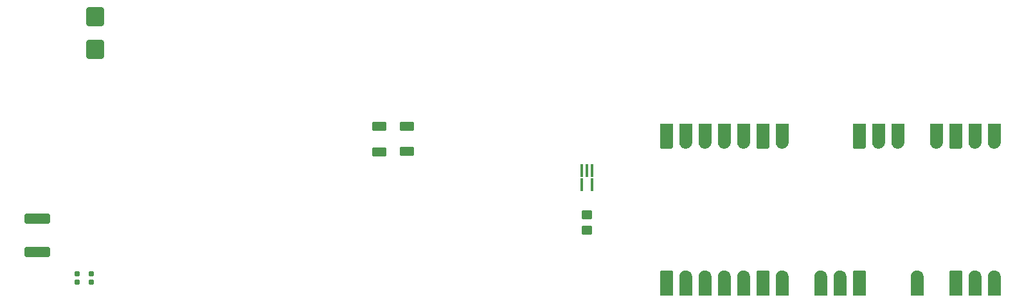
<source format=gbr>
%TF.GenerationSoftware,KiCad,Pcbnew,9.0.0*%
%TF.CreationDate,2025-05-27T10:39:58-04:00*%
%TF.ProjectId,jSmartSW,6a536d61-7274-4535-972e-6b696361645f,1.0*%
%TF.SameCoordinates,Original*%
%TF.FileFunction,Paste,Top*%
%TF.FilePolarity,Positive*%
%FSLAX46Y46*%
G04 Gerber Fmt 4.6, Leading zero omitted, Abs format (unit mm)*
G04 Created by KiCad (PCBNEW 9.0.0) date 2025-05-27 10:39:58*
%MOMM*%
%LPD*%
G01*
G04 APERTURE LIST*
G04 Aperture macros list*
%AMRoundRect*
0 Rectangle with rounded corners*
0 $1 Rounding radius*
0 $2 $3 $4 $5 $6 $7 $8 $9 X,Y pos of 4 corners*
0 Add a 4 corners polygon primitive as box body*
4,1,4,$2,$3,$4,$5,$6,$7,$8,$9,$2,$3,0*
0 Add four circle primitives for the rounded corners*
1,1,$1+$1,$2,$3*
1,1,$1+$1,$4,$5*
1,1,$1+$1,$6,$7*
1,1,$1+$1,$8,$9*
0 Add four rect primitives between the rounded corners*
20,1,$1+$1,$2,$3,$4,$5,0*
20,1,$1+$1,$4,$5,$6,$7,0*
20,1,$1+$1,$6,$7,$8,$9,0*
20,1,$1+$1,$8,$9,$2,$3,0*%
G04 Aperture macros list end*
%ADD10C,0.010000*%
%ADD11R,0.452473X1.677078*%
%ADD12RoundRect,0.250000X1.450000X-0.400000X1.450000X0.400000X-1.450000X0.400000X-1.450000X-0.400000X0*%
%ADD13RoundRect,0.250000X0.900000X-1.000000X0.900000X1.000000X-0.900000X1.000000X-0.900000X-1.000000X0*%
%ADD14RoundRect,0.250000X0.700000X-0.362500X0.700000X0.362500X-0.700000X0.362500X-0.700000X-0.362500X0*%
%ADD15RoundRect,0.175000X-0.175000X-0.175000X0.175000X-0.175000X0.175000X0.175000X-0.175000X0.175000X0*%
%ADD16RoundRect,0.250000X-0.450000X0.350000X-0.450000X-0.350000X0.450000X-0.350000X0.450000X0.350000X0*%
G04 APERTURE END LIST*
D10*
%TO.C,U1*%
X169929971Y-102018421D02*
X169928971Y-102060421D01*
X169925971Y-102102421D01*
X169919970Y-102143421D01*
X169912971Y-102184421D01*
X169902971Y-102225421D01*
X169890971Y-102265421D01*
X169876971Y-102305421D01*
X169860972Y-102343421D01*
X169842971Y-102381421D01*
X169822971Y-102418420D01*
X169800971Y-102454421D01*
X169776971Y-102488421D01*
X169751971Y-102521421D01*
X169724971Y-102553421D01*
X169695971Y-102584421D01*
X169664971Y-102613421D01*
X169632971Y-102640421D01*
X169599971Y-102665421D01*
X169565971Y-102689421D01*
X169529971Y-102711421D01*
X169492971Y-102731421D01*
X169454971Y-102749421D01*
X169416971Y-102765421D01*
X169376970Y-102779421D01*
X169336971Y-102791421D01*
X169295971Y-102801421D01*
X169254970Y-102808421D01*
X169213971Y-102814421D01*
X169171971Y-102817422D01*
X169129971Y-102818421D01*
X169087972Y-102817421D01*
X169045971Y-102814421D01*
X169004971Y-102808421D01*
X168963971Y-102801421D01*
X168922971Y-102791421D01*
X168882971Y-102779421D01*
X168842971Y-102765421D01*
X168804971Y-102749421D01*
X168766971Y-102731421D01*
X168729971Y-102711421D01*
X168693971Y-102689421D01*
X168659971Y-102665421D01*
X168626971Y-102640421D01*
X168594971Y-102613421D01*
X168563971Y-102584421D01*
X168534971Y-102553421D01*
X168507971Y-102521421D01*
X168482971Y-102488421D01*
X168458971Y-102454421D01*
X168436971Y-102418420D01*
X168416970Y-102381421D01*
X168398971Y-102343420D01*
X168382971Y-102305421D01*
X168368971Y-102265421D01*
X168356971Y-102225421D01*
X168346971Y-102184421D01*
X168339971Y-102143421D01*
X168333971Y-102102421D01*
X168330971Y-102060421D01*
X168329971Y-102018421D01*
X168329971Y-99618421D01*
X169929971Y-99618421D01*
X169929971Y-102018421D01*
G36*
X169929971Y-102018421D02*
G01*
X169928971Y-102060421D01*
X169925971Y-102102421D01*
X169919970Y-102143421D01*
X169912971Y-102184421D01*
X169902971Y-102225421D01*
X169890971Y-102265421D01*
X169876971Y-102305421D01*
X169860972Y-102343421D01*
X169842971Y-102381421D01*
X169822971Y-102418420D01*
X169800971Y-102454421D01*
X169776971Y-102488421D01*
X169751971Y-102521421D01*
X169724971Y-102553421D01*
X169695971Y-102584421D01*
X169664971Y-102613421D01*
X169632971Y-102640421D01*
X169599971Y-102665421D01*
X169565971Y-102689421D01*
X169529971Y-102711421D01*
X169492971Y-102731421D01*
X169454971Y-102749421D01*
X169416971Y-102765421D01*
X169376970Y-102779421D01*
X169336971Y-102791421D01*
X169295971Y-102801421D01*
X169254970Y-102808421D01*
X169213971Y-102814421D01*
X169171971Y-102817422D01*
X169129971Y-102818421D01*
X169087972Y-102817421D01*
X169045971Y-102814421D01*
X169004971Y-102808421D01*
X168963971Y-102801421D01*
X168922971Y-102791421D01*
X168882971Y-102779421D01*
X168842971Y-102765421D01*
X168804971Y-102749421D01*
X168766971Y-102731421D01*
X168729971Y-102711421D01*
X168693971Y-102689421D01*
X168659971Y-102665421D01*
X168626971Y-102640421D01*
X168594971Y-102613421D01*
X168563971Y-102584421D01*
X168534971Y-102553421D01*
X168507971Y-102521421D01*
X168482971Y-102488421D01*
X168458971Y-102454421D01*
X168436971Y-102418420D01*
X168416970Y-102381421D01*
X168398971Y-102343420D01*
X168382971Y-102305421D01*
X168368971Y-102265421D01*
X168356971Y-102225421D01*
X168346971Y-102184421D01*
X168339971Y-102143421D01*
X168333971Y-102102421D01*
X168330971Y-102060421D01*
X168329971Y-102018421D01*
X168329971Y-99618421D01*
X169929971Y-99618421D01*
X169929971Y-102018421D01*
G37*
X169171971Y-118999420D02*
X169213971Y-119002421D01*
X169254970Y-119008421D01*
X169295971Y-119015421D01*
X169336971Y-119025421D01*
X169376970Y-119037421D01*
X169416971Y-119051421D01*
X169454971Y-119067421D01*
X169492971Y-119085421D01*
X169529971Y-119105421D01*
X169565971Y-119127421D01*
X169599971Y-119151421D01*
X169632971Y-119176421D01*
X169664971Y-119203421D01*
X169695971Y-119232421D01*
X169724971Y-119263421D01*
X169751971Y-119295421D01*
X169776971Y-119328421D01*
X169800971Y-119362421D01*
X169822971Y-119398422D01*
X169842971Y-119435421D01*
X169860972Y-119473421D01*
X169876971Y-119511421D01*
X169890971Y-119551421D01*
X169902971Y-119591421D01*
X169912971Y-119632421D01*
X169919970Y-119673421D01*
X169925971Y-119714421D01*
X169928971Y-119756421D01*
X169929971Y-119798421D01*
X169929971Y-122198421D01*
X168329971Y-122198421D01*
X168329971Y-119798421D01*
X168330971Y-119756421D01*
X168333971Y-119714421D01*
X168339971Y-119673421D01*
X168346971Y-119632421D01*
X168356971Y-119591421D01*
X168368971Y-119551421D01*
X168382971Y-119511421D01*
X168398971Y-119473422D01*
X168416970Y-119435421D01*
X168436971Y-119398422D01*
X168458971Y-119362421D01*
X168482971Y-119328421D01*
X168507971Y-119295421D01*
X168534971Y-119263421D01*
X168563971Y-119232421D01*
X168594971Y-119203421D01*
X168626971Y-119176421D01*
X168659971Y-119151421D01*
X168693971Y-119127421D01*
X168729971Y-119105421D01*
X168766971Y-119085421D01*
X168804971Y-119067421D01*
X168842971Y-119051421D01*
X168882971Y-119037421D01*
X168922971Y-119025421D01*
X168963971Y-119015421D01*
X169004971Y-119008421D01*
X169045971Y-119002421D01*
X169087972Y-118999421D01*
X169129971Y-118998421D01*
X169171971Y-118999420D01*
G36*
X169171971Y-118999420D02*
G01*
X169213971Y-119002421D01*
X169254970Y-119008421D01*
X169295971Y-119015421D01*
X169336971Y-119025421D01*
X169376970Y-119037421D01*
X169416971Y-119051421D01*
X169454971Y-119067421D01*
X169492971Y-119085421D01*
X169529971Y-119105421D01*
X169565971Y-119127421D01*
X169599971Y-119151421D01*
X169632971Y-119176421D01*
X169664971Y-119203421D01*
X169695971Y-119232421D01*
X169724971Y-119263421D01*
X169751971Y-119295421D01*
X169776971Y-119328421D01*
X169800971Y-119362421D01*
X169822971Y-119398422D01*
X169842971Y-119435421D01*
X169860972Y-119473421D01*
X169876971Y-119511421D01*
X169890971Y-119551421D01*
X169902971Y-119591421D01*
X169912971Y-119632421D01*
X169919970Y-119673421D01*
X169925971Y-119714421D01*
X169928971Y-119756421D01*
X169929971Y-119798421D01*
X169929971Y-122198421D01*
X168329971Y-122198421D01*
X168329971Y-119798421D01*
X168330971Y-119756421D01*
X168333971Y-119714421D01*
X168339971Y-119673421D01*
X168346971Y-119632421D01*
X168356971Y-119591421D01*
X168368971Y-119551421D01*
X168382971Y-119511421D01*
X168398971Y-119473422D01*
X168416970Y-119435421D01*
X168436971Y-119398422D01*
X168458971Y-119362421D01*
X168482971Y-119328421D01*
X168507971Y-119295421D01*
X168534971Y-119263421D01*
X168563971Y-119232421D01*
X168594971Y-119203421D01*
X168626971Y-119176421D01*
X168659971Y-119151421D01*
X168693971Y-119127421D01*
X168729971Y-119105421D01*
X168766971Y-119085421D01*
X168804971Y-119067421D01*
X168842971Y-119051421D01*
X168882971Y-119037421D01*
X168922971Y-119025421D01*
X168963971Y-119015421D01*
X169004971Y-119008421D01*
X169045971Y-119002421D01*
X169087972Y-118999421D01*
X169129971Y-118998421D01*
X169171971Y-118999420D01*
G37*
X172469971Y-102018421D02*
X172468971Y-102060421D01*
X172465971Y-102102421D01*
X172459972Y-102143421D01*
X172452970Y-102184421D01*
X172442971Y-102225421D01*
X172430971Y-102265422D01*
X172416971Y-102305420D01*
X172400971Y-102343421D01*
X172382971Y-102381421D01*
X172362971Y-102418421D01*
X172340971Y-102454421D01*
X172316970Y-102488421D01*
X172291971Y-102521421D01*
X172264971Y-102553421D01*
X172235971Y-102584421D01*
X172204971Y-102613421D01*
X172172971Y-102640421D01*
X172139971Y-102665421D01*
X172105971Y-102689421D01*
X172069971Y-102711421D01*
X172032971Y-102731421D01*
X171994971Y-102749421D01*
X171956970Y-102765421D01*
X171916972Y-102779421D01*
X171876971Y-102791421D01*
X171835971Y-102801421D01*
X171794972Y-102808421D01*
X171753971Y-102814421D01*
X171711971Y-102817421D01*
X171669971Y-102818421D01*
X171627971Y-102817421D01*
X171585971Y-102814421D01*
X171544971Y-102808421D01*
X171503971Y-102801421D01*
X171462971Y-102791421D01*
X171422971Y-102779421D01*
X171382971Y-102765421D01*
X171344971Y-102749421D01*
X171306971Y-102731421D01*
X171269971Y-102711421D01*
X171233971Y-102689421D01*
X171199971Y-102665421D01*
X171166971Y-102640422D01*
X171134971Y-102613421D01*
X171103971Y-102584421D01*
X171074971Y-102553421D01*
X171047971Y-102521421D01*
X171022971Y-102488421D01*
X170998971Y-102454421D01*
X170976971Y-102418421D01*
X170956972Y-102381421D01*
X170938971Y-102343421D01*
X170922971Y-102305421D01*
X170908971Y-102265421D01*
X170896971Y-102225421D01*
X170886971Y-102184421D01*
X170879971Y-102143421D01*
X170873971Y-102102421D01*
X170870971Y-102060421D01*
X170869971Y-102018421D01*
X170869971Y-99618421D01*
X172469971Y-99618421D01*
X172469971Y-102018421D01*
G36*
X172469971Y-102018421D02*
G01*
X172468971Y-102060421D01*
X172465971Y-102102421D01*
X172459972Y-102143421D01*
X172452970Y-102184421D01*
X172442971Y-102225421D01*
X172430971Y-102265422D01*
X172416971Y-102305420D01*
X172400971Y-102343421D01*
X172382971Y-102381421D01*
X172362971Y-102418421D01*
X172340971Y-102454421D01*
X172316970Y-102488421D01*
X172291971Y-102521421D01*
X172264971Y-102553421D01*
X172235971Y-102584421D01*
X172204971Y-102613421D01*
X172172971Y-102640421D01*
X172139971Y-102665421D01*
X172105971Y-102689421D01*
X172069971Y-102711421D01*
X172032971Y-102731421D01*
X171994971Y-102749421D01*
X171956970Y-102765421D01*
X171916972Y-102779421D01*
X171876971Y-102791421D01*
X171835971Y-102801421D01*
X171794972Y-102808421D01*
X171753971Y-102814421D01*
X171711971Y-102817421D01*
X171669971Y-102818421D01*
X171627971Y-102817421D01*
X171585971Y-102814421D01*
X171544971Y-102808421D01*
X171503971Y-102801421D01*
X171462971Y-102791421D01*
X171422971Y-102779421D01*
X171382971Y-102765421D01*
X171344971Y-102749421D01*
X171306971Y-102731421D01*
X171269971Y-102711421D01*
X171233971Y-102689421D01*
X171199971Y-102665421D01*
X171166971Y-102640422D01*
X171134971Y-102613421D01*
X171103971Y-102584421D01*
X171074971Y-102553421D01*
X171047971Y-102521421D01*
X171022971Y-102488421D01*
X170998971Y-102454421D01*
X170976971Y-102418421D01*
X170956972Y-102381421D01*
X170938971Y-102343421D01*
X170922971Y-102305421D01*
X170908971Y-102265421D01*
X170896971Y-102225421D01*
X170886971Y-102184421D01*
X170879971Y-102143421D01*
X170873971Y-102102421D01*
X170870971Y-102060421D01*
X170869971Y-102018421D01*
X170869971Y-99618421D01*
X172469971Y-99618421D01*
X172469971Y-102018421D01*
G37*
X171711971Y-118999421D02*
X171753971Y-119002421D01*
X171794972Y-119008421D01*
X171835971Y-119015421D01*
X171876971Y-119025421D01*
X171916972Y-119037421D01*
X171956970Y-119051421D01*
X171994971Y-119067421D01*
X172032971Y-119085421D01*
X172069971Y-119105421D01*
X172105971Y-119127421D01*
X172139971Y-119151421D01*
X172172971Y-119176421D01*
X172204971Y-119203421D01*
X172235971Y-119232421D01*
X172264971Y-119263421D01*
X172291971Y-119295421D01*
X172316970Y-119328421D01*
X172340971Y-119362421D01*
X172362971Y-119398421D01*
X172382971Y-119435421D01*
X172400971Y-119473421D01*
X172416971Y-119511422D01*
X172430971Y-119551420D01*
X172442971Y-119591421D01*
X172452970Y-119632421D01*
X172459972Y-119673421D01*
X172465971Y-119714421D01*
X172468971Y-119756421D01*
X172469971Y-119798421D01*
X172469971Y-122198421D01*
X170869971Y-122198421D01*
X170869971Y-119798421D01*
X170870971Y-119756421D01*
X170873971Y-119714421D01*
X170879971Y-119673421D01*
X170886971Y-119632421D01*
X170896971Y-119591421D01*
X170908971Y-119551421D01*
X170922971Y-119511421D01*
X170938971Y-119473421D01*
X170956972Y-119435421D01*
X170976971Y-119398421D01*
X170998971Y-119362421D01*
X171022971Y-119328421D01*
X171047971Y-119295421D01*
X171074971Y-119263421D01*
X171103971Y-119232421D01*
X171134971Y-119203421D01*
X171166971Y-119176420D01*
X171199971Y-119151421D01*
X171233971Y-119127421D01*
X171269971Y-119105421D01*
X171306971Y-119085421D01*
X171344971Y-119067421D01*
X171382971Y-119051421D01*
X171422971Y-119037421D01*
X171462971Y-119025421D01*
X171503971Y-119015421D01*
X171544971Y-119008421D01*
X171585971Y-119002421D01*
X171627971Y-118999421D01*
X171669971Y-118998421D01*
X171711971Y-118999421D01*
G36*
X171711971Y-118999421D02*
G01*
X171753971Y-119002421D01*
X171794972Y-119008421D01*
X171835971Y-119015421D01*
X171876971Y-119025421D01*
X171916972Y-119037421D01*
X171956970Y-119051421D01*
X171994971Y-119067421D01*
X172032971Y-119085421D01*
X172069971Y-119105421D01*
X172105971Y-119127421D01*
X172139971Y-119151421D01*
X172172971Y-119176421D01*
X172204971Y-119203421D01*
X172235971Y-119232421D01*
X172264971Y-119263421D01*
X172291971Y-119295421D01*
X172316970Y-119328421D01*
X172340971Y-119362421D01*
X172362971Y-119398421D01*
X172382971Y-119435421D01*
X172400971Y-119473421D01*
X172416971Y-119511422D01*
X172430971Y-119551420D01*
X172442971Y-119591421D01*
X172452970Y-119632421D01*
X172459972Y-119673421D01*
X172465971Y-119714421D01*
X172468971Y-119756421D01*
X172469971Y-119798421D01*
X172469971Y-122198421D01*
X170869971Y-122198421D01*
X170869971Y-119798421D01*
X170870971Y-119756421D01*
X170873971Y-119714421D01*
X170879971Y-119673421D01*
X170886971Y-119632421D01*
X170896971Y-119591421D01*
X170908971Y-119551421D01*
X170922971Y-119511421D01*
X170938971Y-119473421D01*
X170956972Y-119435421D01*
X170976971Y-119398421D01*
X170998971Y-119362421D01*
X171022971Y-119328421D01*
X171047971Y-119295421D01*
X171074971Y-119263421D01*
X171103971Y-119232421D01*
X171134971Y-119203421D01*
X171166971Y-119176420D01*
X171199971Y-119151421D01*
X171233971Y-119127421D01*
X171269971Y-119105421D01*
X171306971Y-119085421D01*
X171344971Y-119067421D01*
X171382971Y-119051421D01*
X171422971Y-119037421D01*
X171462971Y-119025421D01*
X171503971Y-119015421D01*
X171544971Y-119008421D01*
X171585971Y-119002421D01*
X171627971Y-118999421D01*
X171669971Y-118998421D01*
X171711971Y-118999421D01*
G37*
X175009971Y-102018421D02*
X175008971Y-102060421D01*
X175005971Y-102102421D01*
X174999971Y-102143421D01*
X174992972Y-102184421D01*
X174982971Y-102225421D01*
X174970971Y-102265421D01*
X174956971Y-102305421D01*
X174940971Y-102343421D01*
X174922971Y-102381421D01*
X174902971Y-102418421D01*
X174880971Y-102454421D01*
X174856971Y-102488420D01*
X174831970Y-102521421D01*
X174804971Y-102553421D01*
X174775971Y-102584421D01*
X174744971Y-102613421D01*
X174712971Y-102640421D01*
X174679971Y-102665421D01*
X174645971Y-102689420D01*
X174609971Y-102711421D01*
X174572971Y-102731421D01*
X174534971Y-102749421D01*
X174496972Y-102765421D01*
X174456971Y-102779421D01*
X174416971Y-102791421D01*
X174375971Y-102801421D01*
X174334971Y-102808421D01*
X174293971Y-102814421D01*
X174251971Y-102817421D01*
X174209971Y-102818422D01*
X174167971Y-102817421D01*
X174125971Y-102814421D01*
X174084971Y-102808421D01*
X174043971Y-102801421D01*
X174002971Y-102791421D01*
X173962971Y-102779421D01*
X173922971Y-102765421D01*
X173884971Y-102749421D01*
X173846971Y-102731421D01*
X173809971Y-102711421D01*
X173773971Y-102689420D01*
X173739971Y-102665421D01*
X173706971Y-102640421D01*
X173674971Y-102613421D01*
X173643971Y-102584421D01*
X173614971Y-102553421D01*
X173587971Y-102521420D01*
X173562971Y-102488420D01*
X173538971Y-102454421D01*
X173516971Y-102418421D01*
X173496971Y-102381421D01*
X173478971Y-102343421D01*
X173462971Y-102305421D01*
X173448971Y-102265421D01*
X173436971Y-102225421D01*
X173426970Y-102184421D01*
X173419971Y-102143421D01*
X173413971Y-102102421D01*
X173410971Y-102060421D01*
X173409971Y-102018421D01*
X173409972Y-99618421D01*
X175009970Y-99618421D01*
X175009971Y-102018421D01*
G36*
X175009971Y-102018421D02*
G01*
X175008971Y-102060421D01*
X175005971Y-102102421D01*
X174999971Y-102143421D01*
X174992972Y-102184421D01*
X174982971Y-102225421D01*
X174970971Y-102265421D01*
X174956971Y-102305421D01*
X174940971Y-102343421D01*
X174922971Y-102381421D01*
X174902971Y-102418421D01*
X174880971Y-102454421D01*
X174856971Y-102488420D01*
X174831970Y-102521421D01*
X174804971Y-102553421D01*
X174775971Y-102584421D01*
X174744971Y-102613421D01*
X174712971Y-102640421D01*
X174679971Y-102665421D01*
X174645971Y-102689420D01*
X174609971Y-102711421D01*
X174572971Y-102731421D01*
X174534971Y-102749421D01*
X174496972Y-102765421D01*
X174456971Y-102779421D01*
X174416971Y-102791421D01*
X174375971Y-102801421D01*
X174334971Y-102808421D01*
X174293971Y-102814421D01*
X174251971Y-102817421D01*
X174209971Y-102818422D01*
X174167971Y-102817421D01*
X174125971Y-102814421D01*
X174084971Y-102808421D01*
X174043971Y-102801421D01*
X174002971Y-102791421D01*
X173962971Y-102779421D01*
X173922971Y-102765421D01*
X173884971Y-102749421D01*
X173846971Y-102731421D01*
X173809971Y-102711421D01*
X173773971Y-102689420D01*
X173739971Y-102665421D01*
X173706971Y-102640421D01*
X173674971Y-102613421D01*
X173643971Y-102584421D01*
X173614971Y-102553421D01*
X173587971Y-102521420D01*
X173562971Y-102488420D01*
X173538971Y-102454421D01*
X173516971Y-102418421D01*
X173496971Y-102381421D01*
X173478971Y-102343421D01*
X173462971Y-102305421D01*
X173448971Y-102265421D01*
X173436971Y-102225421D01*
X173426970Y-102184421D01*
X173419971Y-102143421D01*
X173413971Y-102102421D01*
X173410971Y-102060421D01*
X173409971Y-102018421D01*
X173409972Y-99618421D01*
X175009970Y-99618421D01*
X175009971Y-102018421D01*
G37*
X174251971Y-118999421D02*
X174293971Y-119002421D01*
X174334971Y-119008421D01*
X174375971Y-119015421D01*
X174416971Y-119025421D01*
X174456971Y-119037421D01*
X174496972Y-119051421D01*
X174534971Y-119067421D01*
X174572971Y-119085421D01*
X174609971Y-119105421D01*
X174645971Y-119127422D01*
X174679971Y-119151421D01*
X174712971Y-119176421D01*
X174744971Y-119203421D01*
X174775971Y-119232421D01*
X174804971Y-119263421D01*
X174831970Y-119295421D01*
X174856971Y-119328422D01*
X174880971Y-119362421D01*
X174902971Y-119398421D01*
X174922971Y-119435421D01*
X174940971Y-119473421D01*
X174956971Y-119511421D01*
X174970971Y-119551421D01*
X174982971Y-119591421D01*
X174992972Y-119632421D01*
X174999971Y-119673421D01*
X175005971Y-119714421D01*
X175008971Y-119756421D01*
X175009971Y-119798421D01*
X175009970Y-122198421D01*
X173409972Y-122198421D01*
X173409971Y-119798421D01*
X173410971Y-119756421D01*
X173413971Y-119714421D01*
X173419971Y-119673421D01*
X173426970Y-119632421D01*
X173436971Y-119591421D01*
X173448971Y-119551421D01*
X173462971Y-119511421D01*
X173478971Y-119473421D01*
X173496971Y-119435421D01*
X173516971Y-119398421D01*
X173538971Y-119362421D01*
X173562971Y-119328422D01*
X173587971Y-119295422D01*
X173614971Y-119263421D01*
X173643971Y-119232421D01*
X173674971Y-119203421D01*
X173706971Y-119176421D01*
X173739971Y-119151421D01*
X173773971Y-119127422D01*
X173809971Y-119105421D01*
X173846971Y-119085421D01*
X173884971Y-119067421D01*
X173922971Y-119051421D01*
X173962971Y-119037421D01*
X174002971Y-119025421D01*
X174043971Y-119015421D01*
X174084971Y-119008421D01*
X174125971Y-119002421D01*
X174167971Y-118999421D01*
X174209971Y-118998420D01*
X174251971Y-118999421D01*
G36*
X174251971Y-118999421D02*
G01*
X174293971Y-119002421D01*
X174334971Y-119008421D01*
X174375971Y-119015421D01*
X174416971Y-119025421D01*
X174456971Y-119037421D01*
X174496972Y-119051421D01*
X174534971Y-119067421D01*
X174572971Y-119085421D01*
X174609971Y-119105421D01*
X174645971Y-119127422D01*
X174679971Y-119151421D01*
X174712971Y-119176421D01*
X174744971Y-119203421D01*
X174775971Y-119232421D01*
X174804971Y-119263421D01*
X174831970Y-119295421D01*
X174856971Y-119328422D01*
X174880971Y-119362421D01*
X174902971Y-119398421D01*
X174922971Y-119435421D01*
X174940971Y-119473421D01*
X174956971Y-119511421D01*
X174970971Y-119551421D01*
X174982971Y-119591421D01*
X174992972Y-119632421D01*
X174999971Y-119673421D01*
X175005971Y-119714421D01*
X175008971Y-119756421D01*
X175009971Y-119798421D01*
X175009970Y-122198421D01*
X173409972Y-122198421D01*
X173409971Y-119798421D01*
X173410971Y-119756421D01*
X173413971Y-119714421D01*
X173419971Y-119673421D01*
X173426970Y-119632421D01*
X173436971Y-119591421D01*
X173448971Y-119551421D01*
X173462971Y-119511421D01*
X173478971Y-119473421D01*
X173496971Y-119435421D01*
X173516971Y-119398421D01*
X173538971Y-119362421D01*
X173562971Y-119328422D01*
X173587971Y-119295422D01*
X173614971Y-119263421D01*
X173643971Y-119232421D01*
X173674971Y-119203421D01*
X173706971Y-119176421D01*
X173739971Y-119151421D01*
X173773971Y-119127422D01*
X173809971Y-119105421D01*
X173846971Y-119085421D01*
X173884971Y-119067421D01*
X173922971Y-119051421D01*
X173962971Y-119037421D01*
X174002971Y-119025421D01*
X174043971Y-119015421D01*
X174084971Y-119008421D01*
X174125971Y-119002421D01*
X174167971Y-118999421D01*
X174209971Y-118998420D01*
X174251971Y-118999421D01*
G37*
X177549971Y-102018421D02*
X177548971Y-102060421D01*
X177545971Y-102102421D01*
X177539971Y-102143421D01*
X177532971Y-102184421D01*
X177522971Y-102225421D01*
X177510971Y-102265421D01*
X177496971Y-102305421D01*
X177480971Y-102343421D01*
X177462971Y-102381421D01*
X177442971Y-102418421D01*
X177420971Y-102454421D01*
X177396971Y-102488421D01*
X177371972Y-102521421D01*
X177344971Y-102553421D01*
X177315971Y-102584421D01*
X177284971Y-102613421D01*
X177252971Y-102640422D01*
X177219971Y-102665421D01*
X177185971Y-102689421D01*
X177149971Y-102711421D01*
X177112971Y-102731421D01*
X177074971Y-102749421D01*
X177036971Y-102765421D01*
X176996971Y-102779421D01*
X176956971Y-102791421D01*
X176915971Y-102801421D01*
X176874971Y-102808421D01*
X176833971Y-102814421D01*
X176791971Y-102817421D01*
X176749971Y-102818421D01*
X176707971Y-102817421D01*
X176665971Y-102814421D01*
X176624970Y-102808421D01*
X176583971Y-102801421D01*
X176542971Y-102791421D01*
X176502971Y-102779421D01*
X176462972Y-102765421D01*
X176424971Y-102749421D01*
X176386971Y-102731421D01*
X176349971Y-102711421D01*
X176313971Y-102689421D01*
X176279971Y-102665421D01*
X176246971Y-102640421D01*
X176214971Y-102613421D01*
X176183971Y-102584421D01*
X176154971Y-102553421D01*
X176127971Y-102521421D01*
X176102972Y-102488421D01*
X176078971Y-102454421D01*
X176056971Y-102418421D01*
X176036971Y-102381421D01*
X176018971Y-102343421D01*
X176002971Y-102305420D01*
X175988971Y-102265422D01*
X175976971Y-102225421D01*
X175966972Y-102184421D01*
X175959970Y-102143421D01*
X175953971Y-102102421D01*
X175950971Y-102060421D01*
X175949971Y-102018421D01*
X175949971Y-99618421D01*
X177549972Y-99618421D01*
X177549971Y-102018421D01*
G36*
X177549971Y-102018421D02*
G01*
X177548971Y-102060421D01*
X177545971Y-102102421D01*
X177539971Y-102143421D01*
X177532971Y-102184421D01*
X177522971Y-102225421D01*
X177510971Y-102265421D01*
X177496971Y-102305421D01*
X177480971Y-102343421D01*
X177462971Y-102381421D01*
X177442971Y-102418421D01*
X177420971Y-102454421D01*
X177396971Y-102488421D01*
X177371972Y-102521421D01*
X177344971Y-102553421D01*
X177315971Y-102584421D01*
X177284971Y-102613421D01*
X177252971Y-102640422D01*
X177219971Y-102665421D01*
X177185971Y-102689421D01*
X177149971Y-102711421D01*
X177112971Y-102731421D01*
X177074971Y-102749421D01*
X177036971Y-102765421D01*
X176996971Y-102779421D01*
X176956971Y-102791421D01*
X176915971Y-102801421D01*
X176874971Y-102808421D01*
X176833971Y-102814421D01*
X176791971Y-102817421D01*
X176749971Y-102818421D01*
X176707971Y-102817421D01*
X176665971Y-102814421D01*
X176624970Y-102808421D01*
X176583971Y-102801421D01*
X176542971Y-102791421D01*
X176502971Y-102779421D01*
X176462972Y-102765421D01*
X176424971Y-102749421D01*
X176386971Y-102731421D01*
X176349971Y-102711421D01*
X176313971Y-102689421D01*
X176279971Y-102665421D01*
X176246971Y-102640421D01*
X176214971Y-102613421D01*
X176183971Y-102584421D01*
X176154971Y-102553421D01*
X176127971Y-102521421D01*
X176102972Y-102488421D01*
X176078971Y-102454421D01*
X176056971Y-102418421D01*
X176036971Y-102381421D01*
X176018971Y-102343421D01*
X176002971Y-102305420D01*
X175988971Y-102265422D01*
X175976971Y-102225421D01*
X175966972Y-102184421D01*
X175959970Y-102143421D01*
X175953971Y-102102421D01*
X175950971Y-102060421D01*
X175949971Y-102018421D01*
X175949971Y-99618421D01*
X177549972Y-99618421D01*
X177549971Y-102018421D01*
G37*
X176791971Y-118999421D02*
X176833971Y-119002421D01*
X176874971Y-119008421D01*
X176915971Y-119015421D01*
X176956971Y-119025421D01*
X176996971Y-119037421D01*
X177036971Y-119051421D01*
X177074971Y-119067421D01*
X177112971Y-119085421D01*
X177149971Y-119105421D01*
X177185971Y-119127421D01*
X177219971Y-119151421D01*
X177252971Y-119176420D01*
X177284971Y-119203421D01*
X177315971Y-119232421D01*
X177344971Y-119263421D01*
X177371972Y-119295421D01*
X177396971Y-119328421D01*
X177420971Y-119362421D01*
X177442971Y-119398421D01*
X177462971Y-119435421D01*
X177480971Y-119473421D01*
X177496971Y-119511421D01*
X177510971Y-119551421D01*
X177522971Y-119591421D01*
X177532971Y-119632421D01*
X177539971Y-119673421D01*
X177545971Y-119714421D01*
X177548971Y-119756421D01*
X177549971Y-119798421D01*
X177549972Y-122198421D01*
X175949971Y-122198421D01*
X175949971Y-119798421D01*
X175950971Y-119756421D01*
X175953971Y-119714421D01*
X175959970Y-119673421D01*
X175966972Y-119632421D01*
X175976971Y-119591421D01*
X175988971Y-119551420D01*
X176002971Y-119511422D01*
X176018971Y-119473421D01*
X176036971Y-119435421D01*
X176056971Y-119398421D01*
X176078971Y-119362421D01*
X176102972Y-119328421D01*
X176127971Y-119295421D01*
X176154971Y-119263421D01*
X176183971Y-119232421D01*
X176214971Y-119203421D01*
X176246971Y-119176421D01*
X176279971Y-119151421D01*
X176313971Y-119127421D01*
X176349971Y-119105421D01*
X176386971Y-119085421D01*
X176424971Y-119067421D01*
X176462972Y-119051421D01*
X176502971Y-119037421D01*
X176542971Y-119025421D01*
X176583971Y-119015421D01*
X176624970Y-119008421D01*
X176665971Y-119002421D01*
X176707971Y-118999421D01*
X176749971Y-118998421D01*
X176791971Y-118999421D01*
G36*
X176791971Y-118999421D02*
G01*
X176833971Y-119002421D01*
X176874971Y-119008421D01*
X176915971Y-119015421D01*
X176956971Y-119025421D01*
X176996971Y-119037421D01*
X177036971Y-119051421D01*
X177074971Y-119067421D01*
X177112971Y-119085421D01*
X177149971Y-119105421D01*
X177185971Y-119127421D01*
X177219971Y-119151421D01*
X177252971Y-119176420D01*
X177284971Y-119203421D01*
X177315971Y-119232421D01*
X177344971Y-119263421D01*
X177371972Y-119295421D01*
X177396971Y-119328421D01*
X177420971Y-119362421D01*
X177442971Y-119398421D01*
X177462971Y-119435421D01*
X177480971Y-119473421D01*
X177496971Y-119511421D01*
X177510971Y-119551421D01*
X177522971Y-119591421D01*
X177532971Y-119632421D01*
X177539971Y-119673421D01*
X177545971Y-119714421D01*
X177548971Y-119756421D01*
X177549971Y-119798421D01*
X177549972Y-122198421D01*
X175949971Y-122198421D01*
X175949971Y-119798421D01*
X175950971Y-119756421D01*
X175953971Y-119714421D01*
X175959970Y-119673421D01*
X175966972Y-119632421D01*
X175976971Y-119591421D01*
X175988971Y-119551420D01*
X176002971Y-119511422D01*
X176018971Y-119473421D01*
X176036971Y-119435421D01*
X176056971Y-119398421D01*
X176078971Y-119362421D01*
X176102972Y-119328421D01*
X176127971Y-119295421D01*
X176154971Y-119263421D01*
X176183971Y-119232421D01*
X176214971Y-119203421D01*
X176246971Y-119176421D01*
X176279971Y-119151421D01*
X176313971Y-119127421D01*
X176349971Y-119105421D01*
X176386971Y-119085421D01*
X176424971Y-119067421D01*
X176462972Y-119051421D01*
X176502971Y-119037421D01*
X176542971Y-119025421D01*
X176583971Y-119015421D01*
X176624970Y-119008421D01*
X176665971Y-119002421D01*
X176707971Y-118999421D01*
X176749971Y-118998421D01*
X176791971Y-118999421D01*
G37*
X182629971Y-102018421D02*
X182628971Y-102060421D01*
X182625971Y-102102421D01*
X182619971Y-102143422D01*
X182612971Y-102184421D01*
X182602971Y-102225421D01*
X182590971Y-102265422D01*
X182576971Y-102305420D01*
X182560971Y-102343421D01*
X182542971Y-102381421D01*
X182522971Y-102418421D01*
X182500971Y-102454421D01*
X182476971Y-102488421D01*
X182451971Y-102521421D01*
X182424971Y-102553421D01*
X182395971Y-102584421D01*
X182364971Y-102613421D01*
X182332971Y-102640421D01*
X182299971Y-102665421D01*
X182265971Y-102689421D01*
X182229971Y-102711421D01*
X182192971Y-102731421D01*
X182154971Y-102749421D01*
X182116971Y-102765421D01*
X182076972Y-102779421D01*
X182036971Y-102791421D01*
X181995971Y-102801421D01*
X181954971Y-102808422D01*
X181913971Y-102814421D01*
X181871971Y-102817421D01*
X181829971Y-102818421D01*
X181787971Y-102817421D01*
X181745971Y-102814421D01*
X181704971Y-102808421D01*
X181663971Y-102801421D01*
X181622971Y-102791421D01*
X181582971Y-102779421D01*
X181542971Y-102765421D01*
X181504971Y-102749421D01*
X181466971Y-102731421D01*
X181429971Y-102711421D01*
X181393971Y-102689421D01*
X181359971Y-102665421D01*
X181326971Y-102640422D01*
X181294971Y-102613421D01*
X181263971Y-102584421D01*
X181234971Y-102553421D01*
X181207971Y-102521421D01*
X181182971Y-102488421D01*
X181158971Y-102454421D01*
X181136971Y-102418421D01*
X181116972Y-102381421D01*
X181098972Y-102343421D01*
X181082971Y-102305421D01*
X181068971Y-102265421D01*
X181056971Y-102225421D01*
X181046971Y-102184421D01*
X181039971Y-102143421D01*
X181033971Y-102102421D01*
X181030971Y-102060421D01*
X181029971Y-102018421D01*
X181029971Y-99618421D01*
X182629971Y-99618421D01*
X182629971Y-102018421D01*
G36*
X182629971Y-102018421D02*
G01*
X182628971Y-102060421D01*
X182625971Y-102102421D01*
X182619971Y-102143422D01*
X182612971Y-102184421D01*
X182602971Y-102225421D01*
X182590971Y-102265422D01*
X182576971Y-102305420D01*
X182560971Y-102343421D01*
X182542971Y-102381421D01*
X182522971Y-102418421D01*
X182500971Y-102454421D01*
X182476971Y-102488421D01*
X182451971Y-102521421D01*
X182424971Y-102553421D01*
X182395971Y-102584421D01*
X182364971Y-102613421D01*
X182332971Y-102640421D01*
X182299971Y-102665421D01*
X182265971Y-102689421D01*
X182229971Y-102711421D01*
X182192971Y-102731421D01*
X182154971Y-102749421D01*
X182116971Y-102765421D01*
X182076972Y-102779421D01*
X182036971Y-102791421D01*
X181995971Y-102801421D01*
X181954971Y-102808422D01*
X181913971Y-102814421D01*
X181871971Y-102817421D01*
X181829971Y-102818421D01*
X181787971Y-102817421D01*
X181745971Y-102814421D01*
X181704971Y-102808421D01*
X181663971Y-102801421D01*
X181622971Y-102791421D01*
X181582971Y-102779421D01*
X181542971Y-102765421D01*
X181504971Y-102749421D01*
X181466971Y-102731421D01*
X181429971Y-102711421D01*
X181393971Y-102689421D01*
X181359971Y-102665421D01*
X181326971Y-102640422D01*
X181294971Y-102613421D01*
X181263971Y-102584421D01*
X181234971Y-102553421D01*
X181207971Y-102521421D01*
X181182971Y-102488421D01*
X181158971Y-102454421D01*
X181136971Y-102418421D01*
X181116972Y-102381421D01*
X181098972Y-102343421D01*
X181082971Y-102305421D01*
X181068971Y-102265421D01*
X181056971Y-102225421D01*
X181046971Y-102184421D01*
X181039971Y-102143421D01*
X181033971Y-102102421D01*
X181030971Y-102060421D01*
X181029971Y-102018421D01*
X181029971Y-99618421D01*
X182629971Y-99618421D01*
X182629971Y-102018421D01*
G37*
X181871971Y-118999421D02*
X181913971Y-119002421D01*
X181954971Y-119008420D01*
X181995971Y-119015421D01*
X182036971Y-119025421D01*
X182076972Y-119037421D01*
X182116971Y-119051421D01*
X182154971Y-119067421D01*
X182192971Y-119085421D01*
X182229971Y-119105421D01*
X182265971Y-119127421D01*
X182299971Y-119151421D01*
X182332971Y-119176421D01*
X182364971Y-119203421D01*
X182395971Y-119232421D01*
X182424971Y-119263421D01*
X182451971Y-119295421D01*
X182476971Y-119328421D01*
X182500971Y-119362421D01*
X182522971Y-119398421D01*
X182542971Y-119435421D01*
X182560971Y-119473421D01*
X182576971Y-119511422D01*
X182590971Y-119551420D01*
X182602971Y-119591421D01*
X182612971Y-119632421D01*
X182619971Y-119673420D01*
X182625971Y-119714421D01*
X182628971Y-119756421D01*
X182629971Y-119798421D01*
X182629971Y-122198421D01*
X181029971Y-122198421D01*
X181029971Y-119798421D01*
X181030971Y-119756421D01*
X181033971Y-119714421D01*
X181039971Y-119673421D01*
X181046971Y-119632421D01*
X181056971Y-119591421D01*
X181068971Y-119551421D01*
X181082971Y-119511421D01*
X181098972Y-119473421D01*
X181116972Y-119435421D01*
X181136971Y-119398421D01*
X181158971Y-119362421D01*
X181182971Y-119328421D01*
X181207971Y-119295421D01*
X181234971Y-119263421D01*
X181263971Y-119232421D01*
X181294971Y-119203421D01*
X181326971Y-119176420D01*
X181359971Y-119151421D01*
X181393971Y-119127421D01*
X181429971Y-119105421D01*
X181466971Y-119085421D01*
X181504971Y-119067421D01*
X181542971Y-119051421D01*
X181582971Y-119037421D01*
X181622971Y-119025421D01*
X181663971Y-119015421D01*
X181704971Y-119008421D01*
X181745971Y-119002421D01*
X181787971Y-118999421D01*
X181829971Y-118998421D01*
X181871971Y-118999421D01*
G36*
X181871971Y-118999421D02*
G01*
X181913971Y-119002421D01*
X181954971Y-119008420D01*
X181995971Y-119015421D01*
X182036971Y-119025421D01*
X182076972Y-119037421D01*
X182116971Y-119051421D01*
X182154971Y-119067421D01*
X182192971Y-119085421D01*
X182229971Y-119105421D01*
X182265971Y-119127421D01*
X182299971Y-119151421D01*
X182332971Y-119176421D01*
X182364971Y-119203421D01*
X182395971Y-119232421D01*
X182424971Y-119263421D01*
X182451971Y-119295421D01*
X182476971Y-119328421D01*
X182500971Y-119362421D01*
X182522971Y-119398421D01*
X182542971Y-119435421D01*
X182560971Y-119473421D01*
X182576971Y-119511422D01*
X182590971Y-119551420D01*
X182602971Y-119591421D01*
X182612971Y-119632421D01*
X182619971Y-119673420D01*
X182625971Y-119714421D01*
X182628971Y-119756421D01*
X182629971Y-119798421D01*
X182629971Y-122198421D01*
X181029971Y-122198421D01*
X181029971Y-119798421D01*
X181030971Y-119756421D01*
X181033971Y-119714421D01*
X181039971Y-119673421D01*
X181046971Y-119632421D01*
X181056971Y-119591421D01*
X181068971Y-119551421D01*
X181082971Y-119511421D01*
X181098972Y-119473421D01*
X181116972Y-119435421D01*
X181136971Y-119398421D01*
X181158971Y-119362421D01*
X181182971Y-119328421D01*
X181207971Y-119295421D01*
X181234971Y-119263421D01*
X181263971Y-119232421D01*
X181294971Y-119203421D01*
X181326971Y-119176420D01*
X181359971Y-119151421D01*
X181393971Y-119127421D01*
X181429971Y-119105421D01*
X181466971Y-119085421D01*
X181504971Y-119067421D01*
X181542971Y-119051421D01*
X181582971Y-119037421D01*
X181622971Y-119025421D01*
X181663971Y-119015421D01*
X181704971Y-119008421D01*
X181745971Y-119002421D01*
X181787971Y-118999421D01*
X181829971Y-118998421D01*
X181871971Y-118999421D01*
G37*
X186951971Y-118999421D02*
X186993971Y-119002421D01*
X187034971Y-119008421D01*
X187075971Y-119015421D01*
X187116971Y-119025421D01*
X187156971Y-119037421D01*
X187196971Y-119051421D01*
X187234971Y-119067421D01*
X187272971Y-119085421D01*
X187309971Y-119105421D01*
X187345971Y-119127421D01*
X187379971Y-119151421D01*
X187412971Y-119176421D01*
X187444971Y-119203421D01*
X187475971Y-119232421D01*
X187504971Y-119263421D01*
X187531971Y-119295422D01*
X187556971Y-119328421D01*
X187580971Y-119362421D01*
X187602971Y-119398421D01*
X187622971Y-119435421D01*
X187640971Y-119473421D01*
X187656971Y-119511421D01*
X187670971Y-119551421D01*
X187682971Y-119591421D01*
X187692971Y-119632421D01*
X187699971Y-119673421D01*
X187705971Y-119714421D01*
X187708971Y-119756421D01*
X187709971Y-119798421D01*
X187709971Y-122198422D01*
X186109971Y-122198421D01*
X186109971Y-119798421D01*
X186110971Y-119756421D01*
X186113971Y-119714421D01*
X186119971Y-119673421D01*
X186126971Y-119632422D01*
X186136971Y-119591421D01*
X186148971Y-119551421D01*
X186162971Y-119511421D01*
X186178971Y-119473421D01*
X186196971Y-119435421D01*
X186216971Y-119398421D01*
X186238971Y-119362421D01*
X186262971Y-119328422D01*
X186287971Y-119295421D01*
X186314971Y-119263421D01*
X186343971Y-119232421D01*
X186374971Y-119203421D01*
X186406971Y-119176421D01*
X186439971Y-119151421D01*
X186473971Y-119127422D01*
X186509971Y-119105421D01*
X186546971Y-119085421D01*
X186584971Y-119067421D01*
X186622970Y-119051421D01*
X186662971Y-119037421D01*
X186702971Y-119025421D01*
X186743971Y-119015421D01*
X186784971Y-119008421D01*
X186825971Y-119002421D01*
X186867971Y-118999421D01*
X186909971Y-118998420D01*
X186951971Y-118999421D01*
G36*
X186951971Y-118999421D02*
G01*
X186993971Y-119002421D01*
X187034971Y-119008421D01*
X187075971Y-119015421D01*
X187116971Y-119025421D01*
X187156971Y-119037421D01*
X187196971Y-119051421D01*
X187234971Y-119067421D01*
X187272971Y-119085421D01*
X187309971Y-119105421D01*
X187345971Y-119127421D01*
X187379971Y-119151421D01*
X187412971Y-119176421D01*
X187444971Y-119203421D01*
X187475971Y-119232421D01*
X187504971Y-119263421D01*
X187531971Y-119295422D01*
X187556971Y-119328421D01*
X187580971Y-119362421D01*
X187602971Y-119398421D01*
X187622971Y-119435421D01*
X187640971Y-119473421D01*
X187656971Y-119511421D01*
X187670971Y-119551421D01*
X187682971Y-119591421D01*
X187692971Y-119632421D01*
X187699971Y-119673421D01*
X187705971Y-119714421D01*
X187708971Y-119756421D01*
X187709971Y-119798421D01*
X187709971Y-122198422D01*
X186109971Y-122198421D01*
X186109971Y-119798421D01*
X186110971Y-119756421D01*
X186113971Y-119714421D01*
X186119971Y-119673421D01*
X186126971Y-119632422D01*
X186136971Y-119591421D01*
X186148971Y-119551421D01*
X186162971Y-119511421D01*
X186178971Y-119473421D01*
X186196971Y-119435421D01*
X186216971Y-119398421D01*
X186238971Y-119362421D01*
X186262971Y-119328422D01*
X186287971Y-119295421D01*
X186314971Y-119263421D01*
X186343971Y-119232421D01*
X186374971Y-119203421D01*
X186406971Y-119176421D01*
X186439971Y-119151421D01*
X186473971Y-119127422D01*
X186509971Y-119105421D01*
X186546971Y-119085421D01*
X186584971Y-119067421D01*
X186622970Y-119051421D01*
X186662971Y-119037421D01*
X186702971Y-119025421D01*
X186743971Y-119015421D01*
X186784971Y-119008421D01*
X186825971Y-119002421D01*
X186867971Y-118999421D01*
X186909971Y-118998420D01*
X186951971Y-118999421D01*
G37*
X189491971Y-118999421D02*
X189533971Y-119002421D01*
X189574971Y-119008421D01*
X189615971Y-119015421D01*
X189656971Y-119025421D01*
X189696971Y-119037421D01*
X189736971Y-119051421D01*
X189774971Y-119067421D01*
X189812971Y-119085421D01*
X189849971Y-119105421D01*
X189885971Y-119127421D01*
X189919971Y-119151421D01*
X189952971Y-119176420D01*
X189984971Y-119203421D01*
X190015971Y-119232421D01*
X190044971Y-119263421D01*
X190071971Y-119295421D01*
X190096971Y-119328421D01*
X190120971Y-119362421D01*
X190142971Y-119398421D01*
X190162970Y-119435421D01*
X190180970Y-119473421D01*
X190196971Y-119511421D01*
X190210971Y-119551421D01*
X190222971Y-119591421D01*
X190232971Y-119632421D01*
X190239971Y-119673421D01*
X190245971Y-119714421D01*
X190248971Y-119756421D01*
X190249971Y-119798421D01*
X190249971Y-122198421D01*
X188649971Y-122198421D01*
X188649971Y-119798421D01*
X188650971Y-119756421D01*
X188653971Y-119714421D01*
X188659971Y-119673420D01*
X188666971Y-119632421D01*
X188676971Y-119591421D01*
X188688971Y-119551420D01*
X188702971Y-119511422D01*
X188718971Y-119473421D01*
X188736971Y-119435421D01*
X188756971Y-119398421D01*
X188778971Y-119362421D01*
X188802971Y-119328421D01*
X188827971Y-119295421D01*
X188854971Y-119263421D01*
X188883971Y-119232421D01*
X188914971Y-119203421D01*
X188946971Y-119176421D01*
X188979971Y-119151421D01*
X189013971Y-119127421D01*
X189049971Y-119105421D01*
X189086971Y-119085421D01*
X189124971Y-119067421D01*
X189162971Y-119051421D01*
X189202970Y-119037421D01*
X189242971Y-119025421D01*
X189283971Y-119015421D01*
X189324971Y-119008420D01*
X189365971Y-119002421D01*
X189407971Y-118999421D01*
X189449971Y-118998421D01*
X189491971Y-118999421D01*
G36*
X189491971Y-118999421D02*
G01*
X189533971Y-119002421D01*
X189574971Y-119008421D01*
X189615971Y-119015421D01*
X189656971Y-119025421D01*
X189696971Y-119037421D01*
X189736971Y-119051421D01*
X189774971Y-119067421D01*
X189812971Y-119085421D01*
X189849971Y-119105421D01*
X189885971Y-119127421D01*
X189919971Y-119151421D01*
X189952971Y-119176420D01*
X189984971Y-119203421D01*
X190015971Y-119232421D01*
X190044971Y-119263421D01*
X190071971Y-119295421D01*
X190096971Y-119328421D01*
X190120971Y-119362421D01*
X190142971Y-119398421D01*
X190162970Y-119435421D01*
X190180970Y-119473421D01*
X190196971Y-119511421D01*
X190210971Y-119551421D01*
X190222971Y-119591421D01*
X190232971Y-119632421D01*
X190239971Y-119673421D01*
X190245971Y-119714421D01*
X190248971Y-119756421D01*
X190249971Y-119798421D01*
X190249971Y-122198421D01*
X188649971Y-122198421D01*
X188649971Y-119798421D01*
X188650971Y-119756421D01*
X188653971Y-119714421D01*
X188659971Y-119673420D01*
X188666971Y-119632421D01*
X188676971Y-119591421D01*
X188688971Y-119551420D01*
X188702971Y-119511422D01*
X188718971Y-119473421D01*
X188736971Y-119435421D01*
X188756971Y-119398421D01*
X188778971Y-119362421D01*
X188802971Y-119328421D01*
X188827971Y-119295421D01*
X188854971Y-119263421D01*
X188883971Y-119232421D01*
X188914971Y-119203421D01*
X188946971Y-119176421D01*
X188979971Y-119151421D01*
X189013971Y-119127421D01*
X189049971Y-119105421D01*
X189086971Y-119085421D01*
X189124971Y-119067421D01*
X189162971Y-119051421D01*
X189202970Y-119037421D01*
X189242971Y-119025421D01*
X189283971Y-119015421D01*
X189324971Y-119008420D01*
X189365971Y-119002421D01*
X189407971Y-118999421D01*
X189449971Y-118998421D01*
X189491971Y-118999421D01*
G37*
X195329971Y-102018421D02*
X195328971Y-102060421D01*
X195325971Y-102102421D01*
X195319972Y-102143421D01*
X195312970Y-102184421D01*
X195302971Y-102225421D01*
X195290971Y-102265422D01*
X195276971Y-102305420D01*
X195260971Y-102343421D01*
X195242971Y-102381421D01*
X195222971Y-102418421D01*
X195200971Y-102454421D01*
X195176970Y-102488421D01*
X195151971Y-102521421D01*
X195124971Y-102553421D01*
X195095971Y-102584421D01*
X195064971Y-102613421D01*
X195032971Y-102640421D01*
X194999971Y-102665421D01*
X194965971Y-102689421D01*
X194929971Y-102711421D01*
X194892971Y-102731421D01*
X194854971Y-102749421D01*
X194816970Y-102765421D01*
X194776971Y-102779421D01*
X194736971Y-102791421D01*
X194695971Y-102801421D01*
X194654972Y-102808421D01*
X194613971Y-102814421D01*
X194571971Y-102817421D01*
X194529971Y-102818421D01*
X194487971Y-102817421D01*
X194445971Y-102814421D01*
X194404971Y-102808421D01*
X194363971Y-102801421D01*
X194322971Y-102791421D01*
X194282971Y-102779421D01*
X194242971Y-102765421D01*
X194204971Y-102749421D01*
X194166971Y-102731421D01*
X194129971Y-102711421D01*
X194093971Y-102689421D01*
X194059971Y-102665421D01*
X194026971Y-102640422D01*
X193994971Y-102613421D01*
X193963971Y-102584421D01*
X193934971Y-102553421D01*
X193907970Y-102521421D01*
X193882971Y-102488421D01*
X193858971Y-102454421D01*
X193836971Y-102418421D01*
X193816971Y-102381421D01*
X193798971Y-102343421D01*
X193782971Y-102305421D01*
X193768971Y-102265421D01*
X193756971Y-102225421D01*
X193746971Y-102184421D01*
X193739971Y-102143421D01*
X193733971Y-102102421D01*
X193730971Y-102060421D01*
X193729971Y-102018421D01*
X193729970Y-99618421D01*
X195329971Y-99618421D01*
X195329971Y-102018421D01*
G36*
X195329971Y-102018421D02*
G01*
X195328971Y-102060421D01*
X195325971Y-102102421D01*
X195319972Y-102143421D01*
X195312970Y-102184421D01*
X195302971Y-102225421D01*
X195290971Y-102265422D01*
X195276971Y-102305420D01*
X195260971Y-102343421D01*
X195242971Y-102381421D01*
X195222971Y-102418421D01*
X195200971Y-102454421D01*
X195176970Y-102488421D01*
X195151971Y-102521421D01*
X195124971Y-102553421D01*
X195095971Y-102584421D01*
X195064971Y-102613421D01*
X195032971Y-102640421D01*
X194999971Y-102665421D01*
X194965971Y-102689421D01*
X194929971Y-102711421D01*
X194892971Y-102731421D01*
X194854971Y-102749421D01*
X194816970Y-102765421D01*
X194776971Y-102779421D01*
X194736971Y-102791421D01*
X194695971Y-102801421D01*
X194654972Y-102808421D01*
X194613971Y-102814421D01*
X194571971Y-102817421D01*
X194529971Y-102818421D01*
X194487971Y-102817421D01*
X194445971Y-102814421D01*
X194404971Y-102808421D01*
X194363971Y-102801421D01*
X194322971Y-102791421D01*
X194282971Y-102779421D01*
X194242971Y-102765421D01*
X194204971Y-102749421D01*
X194166971Y-102731421D01*
X194129971Y-102711421D01*
X194093971Y-102689421D01*
X194059971Y-102665421D01*
X194026971Y-102640422D01*
X193994971Y-102613421D01*
X193963971Y-102584421D01*
X193934971Y-102553421D01*
X193907970Y-102521421D01*
X193882971Y-102488421D01*
X193858971Y-102454421D01*
X193836971Y-102418421D01*
X193816971Y-102381421D01*
X193798971Y-102343421D01*
X193782971Y-102305421D01*
X193768971Y-102265421D01*
X193756971Y-102225421D01*
X193746971Y-102184421D01*
X193739971Y-102143421D01*
X193733971Y-102102421D01*
X193730971Y-102060421D01*
X193729971Y-102018421D01*
X193729970Y-99618421D01*
X195329971Y-99618421D01*
X195329971Y-102018421D01*
G37*
X195329971Y-102018421D02*
X195328971Y-102060421D01*
X195325971Y-102102421D01*
X195319972Y-102143421D01*
X195312970Y-102184421D01*
X195302971Y-102225421D01*
X195290971Y-102265422D01*
X195276971Y-102305420D01*
X195260971Y-102343421D01*
X195242971Y-102381421D01*
X195222971Y-102418421D01*
X195200971Y-102454421D01*
X195176970Y-102488421D01*
X195151971Y-102521421D01*
X195124971Y-102553421D01*
X195095971Y-102584421D01*
X195064971Y-102613421D01*
X195032971Y-102640421D01*
X194999971Y-102665421D01*
X194965971Y-102689421D01*
X194929971Y-102711421D01*
X194892971Y-102731421D01*
X194854971Y-102749421D01*
X194816970Y-102765421D01*
X194776971Y-102779421D01*
X194736971Y-102791421D01*
X194695971Y-102801421D01*
X194654972Y-102808421D01*
X194613971Y-102814421D01*
X194571971Y-102817421D01*
X194529971Y-102818421D01*
X194487971Y-102817421D01*
X194445971Y-102814421D01*
X194404971Y-102808421D01*
X194363971Y-102801421D01*
X194322971Y-102791421D01*
X194282971Y-102779421D01*
X194242971Y-102765421D01*
X194204971Y-102749421D01*
X194166971Y-102731421D01*
X194129971Y-102711421D01*
X194093971Y-102689421D01*
X194059971Y-102665421D01*
X194026971Y-102640422D01*
X193994971Y-102613421D01*
X193963971Y-102584421D01*
X193934971Y-102553421D01*
X193907970Y-102521421D01*
X193882971Y-102488421D01*
X193858971Y-102454421D01*
X193836971Y-102418421D01*
X193816971Y-102381421D01*
X193798971Y-102343421D01*
X193782971Y-102305421D01*
X193768971Y-102265421D01*
X193756971Y-102225421D01*
X193746971Y-102184421D01*
X193739971Y-102143421D01*
X193733971Y-102102421D01*
X193730971Y-102060421D01*
X193729971Y-102018421D01*
X193729970Y-99618421D01*
X195329971Y-99618421D01*
X195329971Y-102018421D01*
G36*
X195329971Y-102018421D02*
G01*
X195328971Y-102060421D01*
X195325971Y-102102421D01*
X195319972Y-102143421D01*
X195312970Y-102184421D01*
X195302971Y-102225421D01*
X195290971Y-102265422D01*
X195276971Y-102305420D01*
X195260971Y-102343421D01*
X195242971Y-102381421D01*
X195222971Y-102418421D01*
X195200971Y-102454421D01*
X195176970Y-102488421D01*
X195151971Y-102521421D01*
X195124971Y-102553421D01*
X195095971Y-102584421D01*
X195064971Y-102613421D01*
X195032971Y-102640421D01*
X194999971Y-102665421D01*
X194965971Y-102689421D01*
X194929971Y-102711421D01*
X194892971Y-102731421D01*
X194854971Y-102749421D01*
X194816970Y-102765421D01*
X194776971Y-102779421D01*
X194736971Y-102791421D01*
X194695971Y-102801421D01*
X194654972Y-102808421D01*
X194613971Y-102814421D01*
X194571971Y-102817421D01*
X194529971Y-102818421D01*
X194487971Y-102817421D01*
X194445971Y-102814421D01*
X194404971Y-102808421D01*
X194363971Y-102801421D01*
X194322971Y-102791421D01*
X194282971Y-102779421D01*
X194242971Y-102765421D01*
X194204971Y-102749421D01*
X194166971Y-102731421D01*
X194129971Y-102711421D01*
X194093971Y-102689421D01*
X194059971Y-102665421D01*
X194026971Y-102640422D01*
X193994971Y-102613421D01*
X193963971Y-102584421D01*
X193934971Y-102553421D01*
X193907970Y-102521421D01*
X193882971Y-102488421D01*
X193858971Y-102454421D01*
X193836971Y-102418421D01*
X193816971Y-102381421D01*
X193798971Y-102343421D01*
X193782971Y-102305421D01*
X193768971Y-102265421D01*
X193756971Y-102225421D01*
X193746971Y-102184421D01*
X193739971Y-102143421D01*
X193733971Y-102102421D01*
X193730971Y-102060421D01*
X193729971Y-102018421D01*
X193729970Y-99618421D01*
X195329971Y-99618421D01*
X195329971Y-102018421D01*
G37*
X197869971Y-102018421D02*
X197868971Y-102060421D01*
X197865971Y-102102421D01*
X197859971Y-102143421D01*
X197852972Y-102184421D01*
X197842971Y-102225421D01*
X197830971Y-102265421D01*
X197816971Y-102305421D01*
X197800971Y-102343421D01*
X197782971Y-102381421D01*
X197762971Y-102418421D01*
X197740971Y-102454421D01*
X197716971Y-102488420D01*
X197691971Y-102521420D01*
X197664971Y-102553421D01*
X197635971Y-102584421D01*
X197604971Y-102613421D01*
X197572971Y-102640421D01*
X197539971Y-102665421D01*
X197505971Y-102689420D01*
X197469971Y-102711421D01*
X197432971Y-102731421D01*
X197394971Y-102749421D01*
X197356971Y-102765421D01*
X197316971Y-102779421D01*
X197276971Y-102791421D01*
X197235971Y-102801421D01*
X197194971Y-102808421D01*
X197153971Y-102814421D01*
X197111971Y-102817421D01*
X197069971Y-102818422D01*
X197027971Y-102817421D01*
X196985971Y-102814421D01*
X196944971Y-102808421D01*
X196903971Y-102801421D01*
X196862971Y-102791421D01*
X196822971Y-102779421D01*
X196782970Y-102765421D01*
X196744971Y-102749421D01*
X196706971Y-102731421D01*
X196669971Y-102711421D01*
X196633971Y-102689420D01*
X196599971Y-102665421D01*
X196566971Y-102640421D01*
X196534971Y-102613421D01*
X196503971Y-102584421D01*
X196474971Y-102553421D01*
X196447972Y-102521421D01*
X196422971Y-102488420D01*
X196398971Y-102454421D01*
X196376971Y-102418421D01*
X196356971Y-102381421D01*
X196338971Y-102343421D01*
X196322971Y-102305421D01*
X196308971Y-102265421D01*
X196296971Y-102225421D01*
X196286970Y-102184421D01*
X196279971Y-102143421D01*
X196273971Y-102102421D01*
X196270971Y-102060421D01*
X196269971Y-102018421D01*
X196269972Y-99618421D01*
X197869970Y-99618421D01*
X197869971Y-102018421D01*
G36*
X197869971Y-102018421D02*
G01*
X197868971Y-102060421D01*
X197865971Y-102102421D01*
X197859971Y-102143421D01*
X197852972Y-102184421D01*
X197842971Y-102225421D01*
X197830971Y-102265421D01*
X197816971Y-102305421D01*
X197800971Y-102343421D01*
X197782971Y-102381421D01*
X197762971Y-102418421D01*
X197740971Y-102454421D01*
X197716971Y-102488420D01*
X197691971Y-102521420D01*
X197664971Y-102553421D01*
X197635971Y-102584421D01*
X197604971Y-102613421D01*
X197572971Y-102640421D01*
X197539971Y-102665421D01*
X197505971Y-102689420D01*
X197469971Y-102711421D01*
X197432971Y-102731421D01*
X197394971Y-102749421D01*
X197356971Y-102765421D01*
X197316971Y-102779421D01*
X197276971Y-102791421D01*
X197235971Y-102801421D01*
X197194971Y-102808421D01*
X197153971Y-102814421D01*
X197111971Y-102817421D01*
X197069971Y-102818422D01*
X197027971Y-102817421D01*
X196985971Y-102814421D01*
X196944971Y-102808421D01*
X196903971Y-102801421D01*
X196862971Y-102791421D01*
X196822971Y-102779421D01*
X196782970Y-102765421D01*
X196744971Y-102749421D01*
X196706971Y-102731421D01*
X196669971Y-102711421D01*
X196633971Y-102689420D01*
X196599971Y-102665421D01*
X196566971Y-102640421D01*
X196534971Y-102613421D01*
X196503971Y-102584421D01*
X196474971Y-102553421D01*
X196447972Y-102521421D01*
X196422971Y-102488420D01*
X196398971Y-102454421D01*
X196376971Y-102418421D01*
X196356971Y-102381421D01*
X196338971Y-102343421D01*
X196322971Y-102305421D01*
X196308971Y-102265421D01*
X196296971Y-102225421D01*
X196286970Y-102184421D01*
X196279971Y-102143421D01*
X196273971Y-102102421D01*
X196270971Y-102060421D01*
X196269971Y-102018421D01*
X196269972Y-99618421D01*
X197869970Y-99618421D01*
X197869971Y-102018421D01*
G37*
X199651971Y-118999421D02*
X199693971Y-119002421D01*
X199734971Y-119008421D01*
X199775971Y-119015421D01*
X199816971Y-119025421D01*
X199856971Y-119037421D01*
X199896971Y-119051421D01*
X199934971Y-119067421D01*
X199972971Y-119085421D01*
X200009971Y-119105421D01*
X200045971Y-119127421D01*
X200079971Y-119151421D01*
X200112971Y-119176420D01*
X200144971Y-119203421D01*
X200175971Y-119232421D01*
X200204971Y-119263421D01*
X200231971Y-119295421D01*
X200256971Y-119328421D01*
X200280971Y-119362421D01*
X200302971Y-119398421D01*
X200322970Y-119435421D01*
X200340971Y-119473421D01*
X200356971Y-119511421D01*
X200370971Y-119551421D01*
X200382971Y-119591421D01*
X200392971Y-119632421D01*
X200399971Y-119673421D01*
X200405971Y-119714421D01*
X200408971Y-119756421D01*
X200409971Y-119798421D01*
X200409971Y-122198421D01*
X198809971Y-122198421D01*
X198809971Y-119798421D01*
X198810971Y-119756421D01*
X198813971Y-119714421D01*
X198819970Y-119673421D01*
X198826972Y-119632421D01*
X198836971Y-119591421D01*
X198848971Y-119551420D01*
X198862971Y-119511422D01*
X198878971Y-119473421D01*
X198896971Y-119435421D01*
X198916971Y-119398421D01*
X198938971Y-119362421D01*
X198962972Y-119328421D01*
X198987971Y-119295421D01*
X199014971Y-119263421D01*
X199043971Y-119232421D01*
X199074971Y-119203421D01*
X199106971Y-119176421D01*
X199139971Y-119151421D01*
X199173971Y-119127421D01*
X199209971Y-119105421D01*
X199246971Y-119085421D01*
X199284971Y-119067421D01*
X199322972Y-119051421D01*
X199362970Y-119037421D01*
X199402971Y-119025421D01*
X199443971Y-119015421D01*
X199484970Y-119008421D01*
X199525971Y-119002421D01*
X199567971Y-118999421D01*
X199609971Y-118998421D01*
X199651971Y-118999421D01*
G36*
X199651971Y-118999421D02*
G01*
X199693971Y-119002421D01*
X199734971Y-119008421D01*
X199775971Y-119015421D01*
X199816971Y-119025421D01*
X199856971Y-119037421D01*
X199896971Y-119051421D01*
X199934971Y-119067421D01*
X199972971Y-119085421D01*
X200009971Y-119105421D01*
X200045971Y-119127421D01*
X200079971Y-119151421D01*
X200112971Y-119176420D01*
X200144971Y-119203421D01*
X200175971Y-119232421D01*
X200204971Y-119263421D01*
X200231971Y-119295421D01*
X200256971Y-119328421D01*
X200280971Y-119362421D01*
X200302971Y-119398421D01*
X200322970Y-119435421D01*
X200340971Y-119473421D01*
X200356971Y-119511421D01*
X200370971Y-119551421D01*
X200382971Y-119591421D01*
X200392971Y-119632421D01*
X200399971Y-119673421D01*
X200405971Y-119714421D01*
X200408971Y-119756421D01*
X200409971Y-119798421D01*
X200409971Y-122198421D01*
X198809971Y-122198421D01*
X198809971Y-119798421D01*
X198810971Y-119756421D01*
X198813971Y-119714421D01*
X198819970Y-119673421D01*
X198826972Y-119632421D01*
X198836971Y-119591421D01*
X198848971Y-119551420D01*
X198862971Y-119511422D01*
X198878971Y-119473421D01*
X198896971Y-119435421D01*
X198916971Y-119398421D01*
X198938971Y-119362421D01*
X198962972Y-119328421D01*
X198987971Y-119295421D01*
X199014971Y-119263421D01*
X199043971Y-119232421D01*
X199074971Y-119203421D01*
X199106971Y-119176421D01*
X199139971Y-119151421D01*
X199173971Y-119127421D01*
X199209971Y-119105421D01*
X199246971Y-119085421D01*
X199284971Y-119067421D01*
X199322972Y-119051421D01*
X199362970Y-119037421D01*
X199402971Y-119025421D01*
X199443971Y-119015421D01*
X199484970Y-119008421D01*
X199525971Y-119002421D01*
X199567971Y-118999421D01*
X199609971Y-118998421D01*
X199651971Y-118999421D01*
G37*
X202949971Y-102018421D02*
X202948971Y-102060421D01*
X202945971Y-102102421D01*
X202939971Y-102143421D01*
X202932971Y-102184421D01*
X202922971Y-102225421D01*
X202910971Y-102265421D01*
X202896971Y-102305421D01*
X202880971Y-102343420D01*
X202862972Y-102381421D01*
X202842971Y-102418420D01*
X202820971Y-102454421D01*
X202796971Y-102488421D01*
X202771971Y-102521421D01*
X202744971Y-102553421D01*
X202715971Y-102584421D01*
X202684971Y-102613421D01*
X202652971Y-102640421D01*
X202619971Y-102665421D01*
X202585971Y-102689421D01*
X202549971Y-102711421D01*
X202512971Y-102731421D01*
X202474971Y-102749421D01*
X202436971Y-102765421D01*
X202396971Y-102779421D01*
X202356971Y-102791421D01*
X202315971Y-102801421D01*
X202274971Y-102808421D01*
X202233971Y-102814421D01*
X202191970Y-102817421D01*
X202149971Y-102818421D01*
X202107971Y-102817422D01*
X202065971Y-102814421D01*
X202024972Y-102808421D01*
X201983971Y-102801421D01*
X201942971Y-102791421D01*
X201902972Y-102779421D01*
X201862971Y-102765421D01*
X201824971Y-102749421D01*
X201786971Y-102731421D01*
X201749971Y-102711421D01*
X201713971Y-102689421D01*
X201679971Y-102665421D01*
X201646971Y-102640421D01*
X201614971Y-102613421D01*
X201583971Y-102584421D01*
X201554971Y-102553421D01*
X201527971Y-102521421D01*
X201502971Y-102488421D01*
X201478971Y-102454421D01*
X201456971Y-102418420D01*
X201436971Y-102381421D01*
X201418970Y-102343421D01*
X201402971Y-102305421D01*
X201388971Y-102265421D01*
X201376971Y-102225421D01*
X201366971Y-102184421D01*
X201359972Y-102143421D01*
X201353971Y-102102421D01*
X201350971Y-102060421D01*
X201349971Y-102018421D01*
X201349971Y-99618421D01*
X202949971Y-99618421D01*
X202949971Y-102018421D01*
G36*
X202949971Y-102018421D02*
G01*
X202948971Y-102060421D01*
X202945971Y-102102421D01*
X202939971Y-102143421D01*
X202932971Y-102184421D01*
X202922971Y-102225421D01*
X202910971Y-102265421D01*
X202896971Y-102305421D01*
X202880971Y-102343420D01*
X202862972Y-102381421D01*
X202842971Y-102418420D01*
X202820971Y-102454421D01*
X202796971Y-102488421D01*
X202771971Y-102521421D01*
X202744971Y-102553421D01*
X202715971Y-102584421D01*
X202684971Y-102613421D01*
X202652971Y-102640421D01*
X202619971Y-102665421D01*
X202585971Y-102689421D01*
X202549971Y-102711421D01*
X202512971Y-102731421D01*
X202474971Y-102749421D01*
X202436971Y-102765421D01*
X202396971Y-102779421D01*
X202356971Y-102791421D01*
X202315971Y-102801421D01*
X202274971Y-102808421D01*
X202233971Y-102814421D01*
X202191970Y-102817421D01*
X202149971Y-102818421D01*
X202107971Y-102817422D01*
X202065971Y-102814421D01*
X202024972Y-102808421D01*
X201983971Y-102801421D01*
X201942971Y-102791421D01*
X201902972Y-102779421D01*
X201862971Y-102765421D01*
X201824971Y-102749421D01*
X201786971Y-102731421D01*
X201749971Y-102711421D01*
X201713971Y-102689421D01*
X201679971Y-102665421D01*
X201646971Y-102640421D01*
X201614971Y-102613421D01*
X201583971Y-102584421D01*
X201554971Y-102553421D01*
X201527971Y-102521421D01*
X201502971Y-102488421D01*
X201478971Y-102454421D01*
X201456971Y-102418420D01*
X201436971Y-102381421D01*
X201418970Y-102343421D01*
X201402971Y-102305421D01*
X201388971Y-102265421D01*
X201376971Y-102225421D01*
X201366971Y-102184421D01*
X201359972Y-102143421D01*
X201353971Y-102102421D01*
X201350971Y-102060421D01*
X201349971Y-102018421D01*
X201349971Y-99618421D01*
X202949971Y-99618421D01*
X202949971Y-102018421D01*
G37*
X208029971Y-99618421D02*
X208029971Y-102018421D01*
X208028971Y-102060421D01*
X208025971Y-102102421D01*
X208019971Y-102143421D01*
X208012971Y-102184420D01*
X208002971Y-102225421D01*
X207990971Y-102265421D01*
X207976971Y-102305421D01*
X207960971Y-102343421D01*
X207942971Y-102381421D01*
X207922971Y-102418421D01*
X207900971Y-102454421D01*
X207876971Y-102488420D01*
X207851971Y-102521421D01*
X207824971Y-102553421D01*
X207795971Y-102584421D01*
X207764971Y-102613421D01*
X207732971Y-102640421D01*
X207699971Y-102665421D01*
X207665971Y-102689420D01*
X207629971Y-102711421D01*
X207592971Y-102731421D01*
X207554971Y-102749421D01*
X207516972Y-102765421D01*
X207476971Y-102779421D01*
X207436971Y-102791421D01*
X207395971Y-102801421D01*
X207354971Y-102808421D01*
X207313971Y-102814421D01*
X207271971Y-102817421D01*
X207229971Y-102818422D01*
X207187971Y-102817421D01*
X207145971Y-102814421D01*
X207104971Y-102808421D01*
X207063971Y-102801421D01*
X207022971Y-102791421D01*
X206982971Y-102779421D01*
X206942971Y-102765421D01*
X206904971Y-102749421D01*
X206866971Y-102731421D01*
X206829971Y-102711421D01*
X206793971Y-102689421D01*
X206759971Y-102665421D01*
X206726971Y-102640421D01*
X206694971Y-102613421D01*
X206663971Y-102584421D01*
X206634971Y-102553421D01*
X206607971Y-102521420D01*
X206582971Y-102488421D01*
X206558971Y-102454421D01*
X206536971Y-102418421D01*
X206516971Y-102381421D01*
X206498971Y-102343421D01*
X206482971Y-102305421D01*
X206468971Y-102265421D01*
X206456971Y-102225421D01*
X206446971Y-102184421D01*
X206439971Y-102143421D01*
X206433971Y-102102421D01*
X206430971Y-102060421D01*
X206429971Y-102018421D01*
X206429971Y-99618420D01*
X208029971Y-99618421D01*
G36*
X208029971Y-99618421D02*
G01*
X208029971Y-102018421D01*
X208028971Y-102060421D01*
X208025971Y-102102421D01*
X208019971Y-102143421D01*
X208012971Y-102184420D01*
X208002971Y-102225421D01*
X207990971Y-102265421D01*
X207976971Y-102305421D01*
X207960971Y-102343421D01*
X207942971Y-102381421D01*
X207922971Y-102418421D01*
X207900971Y-102454421D01*
X207876971Y-102488420D01*
X207851971Y-102521421D01*
X207824971Y-102553421D01*
X207795971Y-102584421D01*
X207764971Y-102613421D01*
X207732971Y-102640421D01*
X207699971Y-102665421D01*
X207665971Y-102689420D01*
X207629971Y-102711421D01*
X207592971Y-102731421D01*
X207554971Y-102749421D01*
X207516972Y-102765421D01*
X207476971Y-102779421D01*
X207436971Y-102791421D01*
X207395971Y-102801421D01*
X207354971Y-102808421D01*
X207313971Y-102814421D01*
X207271971Y-102817421D01*
X207229971Y-102818422D01*
X207187971Y-102817421D01*
X207145971Y-102814421D01*
X207104971Y-102808421D01*
X207063971Y-102801421D01*
X207022971Y-102791421D01*
X206982971Y-102779421D01*
X206942971Y-102765421D01*
X206904971Y-102749421D01*
X206866971Y-102731421D01*
X206829971Y-102711421D01*
X206793971Y-102689421D01*
X206759971Y-102665421D01*
X206726971Y-102640421D01*
X206694971Y-102613421D01*
X206663971Y-102584421D01*
X206634971Y-102553421D01*
X206607971Y-102521420D01*
X206582971Y-102488421D01*
X206558971Y-102454421D01*
X206536971Y-102418421D01*
X206516971Y-102381421D01*
X206498971Y-102343421D01*
X206482971Y-102305421D01*
X206468971Y-102265421D01*
X206456971Y-102225421D01*
X206446971Y-102184421D01*
X206439971Y-102143421D01*
X206433971Y-102102421D01*
X206430971Y-102060421D01*
X206429971Y-102018421D01*
X206429971Y-99618420D01*
X208029971Y-99618421D01*
G37*
X207271971Y-118999421D02*
X207313971Y-119002421D01*
X207354971Y-119008421D01*
X207395971Y-119015421D01*
X207436971Y-119025421D01*
X207476971Y-119037421D01*
X207516972Y-119051421D01*
X207554971Y-119067421D01*
X207592971Y-119085421D01*
X207629971Y-119105421D01*
X207665971Y-119127422D01*
X207699971Y-119151421D01*
X207732971Y-119176421D01*
X207764971Y-119203421D01*
X207795971Y-119232421D01*
X207824971Y-119263421D01*
X207851971Y-119295421D01*
X207876971Y-119328422D01*
X207900971Y-119362421D01*
X207922971Y-119398421D01*
X207942971Y-119435421D01*
X207960971Y-119473421D01*
X207976971Y-119511421D01*
X207990971Y-119551421D01*
X208002971Y-119591421D01*
X208012971Y-119632422D01*
X208019971Y-119673421D01*
X208025971Y-119714421D01*
X208028971Y-119756421D01*
X208029971Y-119798421D01*
X208029971Y-122198421D01*
X206429971Y-122198422D01*
X206429971Y-119798421D01*
X206430971Y-119756421D01*
X206433971Y-119714421D01*
X206439971Y-119673421D01*
X206446971Y-119632421D01*
X206456971Y-119591421D01*
X206468971Y-119551421D01*
X206482971Y-119511421D01*
X206498971Y-119473421D01*
X206516971Y-119435421D01*
X206536971Y-119398421D01*
X206558971Y-119362421D01*
X206582971Y-119328421D01*
X206607971Y-119295422D01*
X206634971Y-119263421D01*
X206663971Y-119232421D01*
X206694971Y-119203421D01*
X206726971Y-119176421D01*
X206759971Y-119151421D01*
X206793971Y-119127421D01*
X206829971Y-119105421D01*
X206866971Y-119085421D01*
X206904971Y-119067421D01*
X206942971Y-119051421D01*
X206982971Y-119037421D01*
X207022971Y-119025421D01*
X207063971Y-119015421D01*
X207104971Y-119008421D01*
X207145971Y-119002421D01*
X207187971Y-118999421D01*
X207229971Y-118998420D01*
X207271971Y-118999421D01*
G36*
X207271971Y-118999421D02*
G01*
X207313971Y-119002421D01*
X207354971Y-119008421D01*
X207395971Y-119015421D01*
X207436971Y-119025421D01*
X207476971Y-119037421D01*
X207516972Y-119051421D01*
X207554971Y-119067421D01*
X207592971Y-119085421D01*
X207629971Y-119105421D01*
X207665971Y-119127422D01*
X207699971Y-119151421D01*
X207732971Y-119176421D01*
X207764971Y-119203421D01*
X207795971Y-119232421D01*
X207824971Y-119263421D01*
X207851971Y-119295421D01*
X207876971Y-119328422D01*
X207900971Y-119362421D01*
X207922971Y-119398421D01*
X207942971Y-119435421D01*
X207960971Y-119473421D01*
X207976971Y-119511421D01*
X207990971Y-119551421D01*
X208002971Y-119591421D01*
X208012971Y-119632422D01*
X208019971Y-119673421D01*
X208025971Y-119714421D01*
X208028971Y-119756421D01*
X208029971Y-119798421D01*
X208029971Y-122198421D01*
X206429971Y-122198422D01*
X206429971Y-119798421D01*
X206430971Y-119756421D01*
X206433971Y-119714421D01*
X206439971Y-119673421D01*
X206446971Y-119632421D01*
X206456971Y-119591421D01*
X206468971Y-119551421D01*
X206482971Y-119511421D01*
X206498971Y-119473421D01*
X206516971Y-119435421D01*
X206536971Y-119398421D01*
X206558971Y-119362421D01*
X206582971Y-119328421D01*
X206607971Y-119295422D01*
X206634971Y-119263421D01*
X206663971Y-119232421D01*
X206694971Y-119203421D01*
X206726971Y-119176421D01*
X206759971Y-119151421D01*
X206793971Y-119127421D01*
X206829971Y-119105421D01*
X206866971Y-119085421D01*
X206904971Y-119067421D01*
X206942971Y-119051421D01*
X206982971Y-119037421D01*
X207022971Y-119025421D01*
X207063971Y-119015421D01*
X207104971Y-119008421D01*
X207145971Y-119002421D01*
X207187971Y-118999421D01*
X207229971Y-118998420D01*
X207271971Y-118999421D01*
G37*
X210569971Y-102018421D02*
X210568971Y-102060421D01*
X210565971Y-102102421D01*
X210559971Y-102143421D01*
X210552971Y-102184421D01*
X210542971Y-102225421D01*
X210530971Y-102265421D01*
X210516971Y-102305421D01*
X210500971Y-102343421D01*
X210482971Y-102381421D01*
X210462971Y-102418421D01*
X210440971Y-102454421D01*
X210416971Y-102488421D01*
X210391971Y-102521420D01*
X210364971Y-102553421D01*
X210335971Y-102584421D01*
X210304971Y-102613421D01*
X210272971Y-102640421D01*
X210239971Y-102665421D01*
X210205971Y-102689421D01*
X210169971Y-102711421D01*
X210132971Y-102731421D01*
X210094971Y-102749421D01*
X210056971Y-102765421D01*
X210016971Y-102779421D01*
X209976971Y-102791421D01*
X209935971Y-102801421D01*
X209894971Y-102808421D01*
X209853971Y-102814421D01*
X209811971Y-102817421D01*
X209769971Y-102818422D01*
X209727971Y-102817421D01*
X209685971Y-102814421D01*
X209644971Y-102808421D01*
X209603971Y-102801421D01*
X209562971Y-102791421D01*
X209522971Y-102779421D01*
X209482971Y-102765420D01*
X209444971Y-102749421D01*
X209406971Y-102731421D01*
X209369971Y-102711421D01*
X209333971Y-102689420D01*
X209299971Y-102665421D01*
X209266971Y-102640421D01*
X209234971Y-102613421D01*
X209203971Y-102584421D01*
X209174971Y-102553421D01*
X209147971Y-102521421D01*
X209122971Y-102488420D01*
X209098971Y-102454421D01*
X209076971Y-102418421D01*
X209056971Y-102381421D01*
X209038971Y-102343421D01*
X209022971Y-102305420D01*
X209008970Y-102265421D01*
X208996971Y-102225421D01*
X208986971Y-102184420D01*
X208979971Y-102143421D01*
X208973971Y-102102421D01*
X208970971Y-102060421D01*
X208969971Y-102018421D01*
X208969971Y-99618421D01*
X210569971Y-99618420D01*
X210569971Y-102018421D01*
G36*
X210569971Y-102018421D02*
G01*
X210568971Y-102060421D01*
X210565971Y-102102421D01*
X210559971Y-102143421D01*
X210552971Y-102184421D01*
X210542971Y-102225421D01*
X210530971Y-102265421D01*
X210516971Y-102305421D01*
X210500971Y-102343421D01*
X210482971Y-102381421D01*
X210462971Y-102418421D01*
X210440971Y-102454421D01*
X210416971Y-102488421D01*
X210391971Y-102521420D01*
X210364971Y-102553421D01*
X210335971Y-102584421D01*
X210304971Y-102613421D01*
X210272971Y-102640421D01*
X210239971Y-102665421D01*
X210205971Y-102689421D01*
X210169971Y-102711421D01*
X210132971Y-102731421D01*
X210094971Y-102749421D01*
X210056971Y-102765421D01*
X210016971Y-102779421D01*
X209976971Y-102791421D01*
X209935971Y-102801421D01*
X209894971Y-102808421D01*
X209853971Y-102814421D01*
X209811971Y-102817421D01*
X209769971Y-102818422D01*
X209727971Y-102817421D01*
X209685971Y-102814421D01*
X209644971Y-102808421D01*
X209603971Y-102801421D01*
X209562971Y-102791421D01*
X209522971Y-102779421D01*
X209482971Y-102765420D01*
X209444971Y-102749421D01*
X209406971Y-102731421D01*
X209369971Y-102711421D01*
X209333971Y-102689420D01*
X209299971Y-102665421D01*
X209266971Y-102640421D01*
X209234971Y-102613421D01*
X209203971Y-102584421D01*
X209174971Y-102553421D01*
X209147971Y-102521421D01*
X209122971Y-102488420D01*
X209098971Y-102454421D01*
X209076971Y-102418421D01*
X209056971Y-102381421D01*
X209038971Y-102343421D01*
X209022971Y-102305420D01*
X209008970Y-102265421D01*
X208996971Y-102225421D01*
X208986971Y-102184420D01*
X208979971Y-102143421D01*
X208973971Y-102102421D01*
X208970971Y-102060421D01*
X208969971Y-102018421D01*
X208969971Y-99618421D01*
X210569971Y-99618420D01*
X210569971Y-102018421D01*
G37*
X209812971Y-119001421D02*
X209854971Y-119004421D01*
X209895971Y-119010421D01*
X209936971Y-119017420D01*
X209977971Y-119027421D01*
X210017971Y-119039421D01*
X210057971Y-119053421D01*
X210095971Y-119069421D01*
X210133971Y-119087421D01*
X210170971Y-119107421D01*
X210206971Y-119129421D01*
X210240971Y-119153420D01*
X210273971Y-119178422D01*
X210305971Y-119205421D01*
X210336971Y-119234421D01*
X210365971Y-119265421D01*
X210392971Y-119297421D01*
X210417971Y-119330421D01*
X210441970Y-119364421D01*
X210463971Y-119400421D01*
X210483971Y-119437421D01*
X210501971Y-119475421D01*
X210517971Y-119513421D01*
X210531971Y-119553421D01*
X210543971Y-119593421D01*
X210553971Y-119634421D01*
X210560971Y-119675421D01*
X210566971Y-119716421D01*
X210569971Y-119758421D01*
X210570971Y-119800421D01*
X210570971Y-122200421D01*
X208970971Y-122200421D01*
X208970971Y-119800421D01*
X208971970Y-119758421D01*
X208974971Y-119716421D01*
X208980971Y-119675421D01*
X208987971Y-119634421D01*
X208997971Y-119593421D01*
X209009971Y-119553422D01*
X209023971Y-119513421D01*
X209039971Y-119475421D01*
X209057971Y-119437421D01*
X209077971Y-119400421D01*
X209099971Y-119364421D01*
X209123971Y-119330421D01*
X209148971Y-119297421D01*
X209175971Y-119265421D01*
X209204971Y-119234421D01*
X209235972Y-119205421D01*
X209267971Y-119178421D01*
X209300971Y-119153421D01*
X209334971Y-119129421D01*
X209370972Y-119107421D01*
X209407971Y-119087420D01*
X209445971Y-119069420D01*
X209483971Y-119053421D01*
X209523971Y-119039421D01*
X209563972Y-119027421D01*
X209604971Y-119017421D01*
X209645971Y-119010422D01*
X209686971Y-119004421D01*
X209728971Y-119001421D01*
X209770971Y-119000421D01*
X209812971Y-119001421D01*
G36*
X209812971Y-119001421D02*
G01*
X209854971Y-119004421D01*
X209895971Y-119010421D01*
X209936971Y-119017420D01*
X209977971Y-119027421D01*
X210017971Y-119039421D01*
X210057971Y-119053421D01*
X210095971Y-119069421D01*
X210133971Y-119087421D01*
X210170971Y-119107421D01*
X210206971Y-119129421D01*
X210240971Y-119153420D01*
X210273971Y-119178422D01*
X210305971Y-119205421D01*
X210336971Y-119234421D01*
X210365971Y-119265421D01*
X210392971Y-119297421D01*
X210417971Y-119330421D01*
X210441970Y-119364421D01*
X210463971Y-119400421D01*
X210483971Y-119437421D01*
X210501971Y-119475421D01*
X210517971Y-119513421D01*
X210531971Y-119553421D01*
X210543971Y-119593421D01*
X210553971Y-119634421D01*
X210560971Y-119675421D01*
X210566971Y-119716421D01*
X210569971Y-119758421D01*
X210570971Y-119800421D01*
X210570971Y-122200421D01*
X208970971Y-122200421D01*
X208970971Y-119800421D01*
X208971970Y-119758421D01*
X208974971Y-119716421D01*
X208980971Y-119675421D01*
X208987971Y-119634421D01*
X208997971Y-119593421D01*
X209009971Y-119553422D01*
X209023971Y-119513421D01*
X209039971Y-119475421D01*
X209057971Y-119437421D01*
X209077971Y-119400421D01*
X209099971Y-119364421D01*
X209123971Y-119330421D01*
X209148971Y-119297421D01*
X209175971Y-119265421D01*
X209204971Y-119234421D01*
X209235972Y-119205421D01*
X209267971Y-119178421D01*
X209300971Y-119153421D01*
X209334971Y-119129421D01*
X209370972Y-119107421D01*
X209407971Y-119087420D01*
X209445971Y-119069420D01*
X209483971Y-119053421D01*
X209523971Y-119039421D01*
X209563972Y-119027421D01*
X209604971Y-119017421D01*
X209645971Y-119010422D01*
X209686971Y-119004421D01*
X209728971Y-119001421D01*
X209770971Y-119000421D01*
X209812971Y-119001421D01*
G37*
X167389971Y-102618421D02*
X167389971Y-102628421D01*
X167388971Y-102639421D01*
X167387971Y-102649421D01*
X167385971Y-102660421D01*
X167382971Y-102670421D01*
X167379971Y-102680421D01*
X167376970Y-102690421D01*
X167372971Y-102699421D01*
X167367970Y-102709421D01*
X167362971Y-102718421D01*
X167357971Y-102727421D01*
X167351971Y-102736421D01*
X167344971Y-102744421D01*
X167338971Y-102752421D01*
X167330971Y-102759421D01*
X167323971Y-102767421D01*
X167315971Y-102773421D01*
X167307971Y-102780422D01*
X167298971Y-102786421D01*
X167289971Y-102791421D01*
X167280971Y-102796421D01*
X167270971Y-102801421D01*
X167261971Y-102805421D01*
X167251971Y-102808422D01*
X167241971Y-102811421D01*
X167231971Y-102814421D01*
X167220971Y-102816421D01*
X167210971Y-102817421D01*
X167199971Y-102818421D01*
X167189971Y-102818421D01*
X165989971Y-102818421D01*
X165979971Y-102818421D01*
X165968971Y-102817422D01*
X165958971Y-102816420D01*
X165947971Y-102814421D01*
X165937971Y-102811421D01*
X165927971Y-102808421D01*
X165917971Y-102805421D01*
X165908971Y-102801421D01*
X165898971Y-102796421D01*
X165889971Y-102791421D01*
X165880971Y-102786421D01*
X165871971Y-102780421D01*
X165863971Y-102773421D01*
X165855971Y-102767421D01*
X165848971Y-102759421D01*
X165840971Y-102752421D01*
X165834971Y-102744421D01*
X165827971Y-102736421D01*
X165821971Y-102727421D01*
X165816971Y-102718421D01*
X165811971Y-102709421D01*
X165806971Y-102699421D01*
X165802971Y-102690421D01*
X165799971Y-102680421D01*
X165796971Y-102670421D01*
X165793971Y-102660421D01*
X165791972Y-102649421D01*
X165790971Y-102639422D01*
X165789971Y-102628421D01*
X165789971Y-102618421D01*
X165789971Y-99618421D01*
X167389971Y-99618421D01*
X167389971Y-102618421D01*
G36*
X167389971Y-102618421D02*
G01*
X167389971Y-102628421D01*
X167388971Y-102639421D01*
X167387971Y-102649421D01*
X167385971Y-102660421D01*
X167382971Y-102670421D01*
X167379971Y-102680421D01*
X167376970Y-102690421D01*
X167372971Y-102699421D01*
X167367970Y-102709421D01*
X167362971Y-102718421D01*
X167357971Y-102727421D01*
X167351971Y-102736421D01*
X167344971Y-102744421D01*
X167338971Y-102752421D01*
X167330971Y-102759421D01*
X167323971Y-102767421D01*
X167315971Y-102773421D01*
X167307971Y-102780422D01*
X167298971Y-102786421D01*
X167289971Y-102791421D01*
X167280971Y-102796421D01*
X167270971Y-102801421D01*
X167261971Y-102805421D01*
X167251971Y-102808422D01*
X167241971Y-102811421D01*
X167231971Y-102814421D01*
X167220971Y-102816421D01*
X167210971Y-102817421D01*
X167199971Y-102818421D01*
X167189971Y-102818421D01*
X165989971Y-102818421D01*
X165979971Y-102818421D01*
X165968971Y-102817422D01*
X165958971Y-102816420D01*
X165947971Y-102814421D01*
X165937971Y-102811421D01*
X165927971Y-102808421D01*
X165917971Y-102805421D01*
X165908971Y-102801421D01*
X165898971Y-102796421D01*
X165889971Y-102791421D01*
X165880971Y-102786421D01*
X165871971Y-102780421D01*
X165863971Y-102773421D01*
X165855971Y-102767421D01*
X165848971Y-102759421D01*
X165840971Y-102752421D01*
X165834971Y-102744421D01*
X165827971Y-102736421D01*
X165821971Y-102727421D01*
X165816971Y-102718421D01*
X165811971Y-102709421D01*
X165806971Y-102699421D01*
X165802971Y-102690421D01*
X165799971Y-102680421D01*
X165796971Y-102670421D01*
X165793971Y-102660421D01*
X165791972Y-102649421D01*
X165790971Y-102639422D01*
X165789971Y-102628421D01*
X165789971Y-102618421D01*
X165789971Y-99618421D01*
X167389971Y-99618421D01*
X167389971Y-102618421D01*
G37*
X167210971Y-118999421D02*
X167220971Y-119000421D01*
X167231971Y-119002421D01*
X167241971Y-119005421D01*
X167251971Y-119008420D01*
X167261971Y-119011421D01*
X167270971Y-119015421D01*
X167280971Y-119020421D01*
X167289971Y-119025421D01*
X167298971Y-119030421D01*
X167307971Y-119036420D01*
X167315971Y-119043421D01*
X167323971Y-119049421D01*
X167330971Y-119057421D01*
X167338971Y-119064421D01*
X167344971Y-119072421D01*
X167351971Y-119080421D01*
X167357971Y-119089421D01*
X167362971Y-119098421D01*
X167367970Y-119107421D01*
X167372971Y-119117421D01*
X167376970Y-119126421D01*
X167379971Y-119136421D01*
X167382971Y-119146421D01*
X167385971Y-119156421D01*
X167387971Y-119167421D01*
X167388971Y-119177421D01*
X167389971Y-119188421D01*
X167389971Y-119198421D01*
X167389971Y-122198421D01*
X165789971Y-122198421D01*
X165789971Y-119198421D01*
X165789971Y-119188421D01*
X165790971Y-119177420D01*
X165791972Y-119167421D01*
X165793971Y-119156421D01*
X165796971Y-119146421D01*
X165799971Y-119136421D01*
X165802971Y-119126421D01*
X165806971Y-119117421D01*
X165811971Y-119107421D01*
X165816971Y-119098421D01*
X165821971Y-119089421D01*
X165827971Y-119080421D01*
X165834971Y-119072421D01*
X165840971Y-119064421D01*
X165848971Y-119057421D01*
X165855971Y-119049421D01*
X165863971Y-119043421D01*
X165871971Y-119036421D01*
X165880971Y-119030421D01*
X165889971Y-119025421D01*
X165898971Y-119020421D01*
X165908971Y-119015421D01*
X165917971Y-119011421D01*
X165927971Y-119008421D01*
X165937971Y-119005421D01*
X165947971Y-119002421D01*
X165958971Y-119000422D01*
X165968971Y-118999420D01*
X165979971Y-118998421D01*
X165989971Y-118998421D01*
X167189971Y-118998421D01*
X167199971Y-118998421D01*
X167210971Y-118999421D01*
G36*
X167210971Y-118999421D02*
G01*
X167220971Y-119000421D01*
X167231971Y-119002421D01*
X167241971Y-119005421D01*
X167251971Y-119008420D01*
X167261971Y-119011421D01*
X167270971Y-119015421D01*
X167280971Y-119020421D01*
X167289971Y-119025421D01*
X167298971Y-119030421D01*
X167307971Y-119036420D01*
X167315971Y-119043421D01*
X167323971Y-119049421D01*
X167330971Y-119057421D01*
X167338971Y-119064421D01*
X167344971Y-119072421D01*
X167351971Y-119080421D01*
X167357971Y-119089421D01*
X167362971Y-119098421D01*
X167367970Y-119107421D01*
X167372971Y-119117421D01*
X167376970Y-119126421D01*
X167379971Y-119136421D01*
X167382971Y-119146421D01*
X167385971Y-119156421D01*
X167387971Y-119167421D01*
X167388971Y-119177421D01*
X167389971Y-119188421D01*
X167389971Y-119198421D01*
X167389971Y-122198421D01*
X165789971Y-122198421D01*
X165789971Y-119198421D01*
X165789971Y-119188421D01*
X165790971Y-119177420D01*
X165791972Y-119167421D01*
X165793971Y-119156421D01*
X165796971Y-119146421D01*
X165799971Y-119136421D01*
X165802971Y-119126421D01*
X165806971Y-119117421D01*
X165811971Y-119107421D01*
X165816971Y-119098421D01*
X165821971Y-119089421D01*
X165827971Y-119080421D01*
X165834971Y-119072421D01*
X165840971Y-119064421D01*
X165848971Y-119057421D01*
X165855971Y-119049421D01*
X165863971Y-119043421D01*
X165871971Y-119036421D01*
X165880971Y-119030421D01*
X165889971Y-119025421D01*
X165898971Y-119020421D01*
X165908971Y-119015421D01*
X165917971Y-119011421D01*
X165927971Y-119008421D01*
X165937971Y-119005421D01*
X165947971Y-119002421D01*
X165958971Y-119000422D01*
X165968971Y-118999420D01*
X165979971Y-118998421D01*
X165989971Y-118998421D01*
X167189971Y-118998421D01*
X167199971Y-118998421D01*
X167210971Y-118999421D01*
G37*
X180089971Y-102618421D02*
X180089971Y-102628421D01*
X180088971Y-102639421D01*
X180087971Y-102649421D01*
X180085971Y-102660421D01*
X180082971Y-102670421D01*
X180079971Y-102680421D01*
X180076971Y-102690420D01*
X180072971Y-102699421D01*
X180067972Y-102709421D01*
X180062971Y-102718421D01*
X180057971Y-102727420D01*
X180051971Y-102736421D01*
X180044971Y-102744421D01*
X180038971Y-102752421D01*
X180030971Y-102759421D01*
X180023971Y-102767421D01*
X180015971Y-102773421D01*
X180007972Y-102780421D01*
X179998971Y-102786421D01*
X179989971Y-102791421D01*
X179980971Y-102796421D01*
X179970971Y-102801421D01*
X179961971Y-102805421D01*
X179951972Y-102808421D01*
X179941971Y-102811421D01*
X179931971Y-102814421D01*
X179920971Y-102816421D01*
X179910971Y-102817421D01*
X179899971Y-102818421D01*
X179889971Y-102818421D01*
X178689971Y-102818421D01*
X178679971Y-102818421D01*
X178668972Y-102817421D01*
X178658971Y-102816420D01*
X178647971Y-102814421D01*
X178637971Y-102811421D01*
X178627971Y-102808421D01*
X178617971Y-102805421D01*
X178608971Y-102801421D01*
X178598971Y-102796421D01*
X178589971Y-102791421D01*
X178580971Y-102786421D01*
X178571971Y-102780421D01*
X178563971Y-102773421D01*
X178555971Y-102767421D01*
X178548971Y-102759421D01*
X178540971Y-102752421D01*
X178534971Y-102744421D01*
X178527971Y-102736421D01*
X178521971Y-102727420D01*
X178516971Y-102718421D01*
X178511970Y-102709421D01*
X178506971Y-102699421D01*
X178502970Y-102690421D01*
X178499971Y-102680421D01*
X178496971Y-102670421D01*
X178493971Y-102660421D01*
X178491971Y-102649421D01*
X178490972Y-102639421D01*
X178489971Y-102628421D01*
X178489971Y-102618421D01*
X178489971Y-99618421D01*
X180089971Y-99618421D01*
X180089971Y-102618421D01*
G36*
X180089971Y-102618421D02*
G01*
X180089971Y-102628421D01*
X180088971Y-102639421D01*
X180087971Y-102649421D01*
X180085971Y-102660421D01*
X180082971Y-102670421D01*
X180079971Y-102680421D01*
X180076971Y-102690420D01*
X180072971Y-102699421D01*
X180067972Y-102709421D01*
X180062971Y-102718421D01*
X180057971Y-102727420D01*
X180051971Y-102736421D01*
X180044971Y-102744421D01*
X180038971Y-102752421D01*
X180030971Y-102759421D01*
X180023971Y-102767421D01*
X180015971Y-102773421D01*
X180007972Y-102780421D01*
X179998971Y-102786421D01*
X179989971Y-102791421D01*
X179980971Y-102796421D01*
X179970971Y-102801421D01*
X179961971Y-102805421D01*
X179951972Y-102808421D01*
X179941971Y-102811421D01*
X179931971Y-102814421D01*
X179920971Y-102816421D01*
X179910971Y-102817421D01*
X179899971Y-102818421D01*
X179889971Y-102818421D01*
X178689971Y-102818421D01*
X178679971Y-102818421D01*
X178668972Y-102817421D01*
X178658971Y-102816420D01*
X178647971Y-102814421D01*
X178637971Y-102811421D01*
X178627971Y-102808421D01*
X178617971Y-102805421D01*
X178608971Y-102801421D01*
X178598971Y-102796421D01*
X178589971Y-102791421D01*
X178580971Y-102786421D01*
X178571971Y-102780421D01*
X178563971Y-102773421D01*
X178555971Y-102767421D01*
X178548971Y-102759421D01*
X178540971Y-102752421D01*
X178534971Y-102744421D01*
X178527971Y-102736421D01*
X178521971Y-102727420D01*
X178516971Y-102718421D01*
X178511970Y-102709421D01*
X178506971Y-102699421D01*
X178502970Y-102690421D01*
X178499971Y-102680421D01*
X178496971Y-102670421D01*
X178493971Y-102660421D01*
X178491971Y-102649421D01*
X178490972Y-102639421D01*
X178489971Y-102628421D01*
X178489971Y-102618421D01*
X178489971Y-99618421D01*
X180089971Y-99618421D01*
X180089971Y-102618421D01*
G37*
X179910971Y-118999421D02*
X179920971Y-119000421D01*
X179931971Y-119002421D01*
X179941971Y-119005421D01*
X179951972Y-119008421D01*
X179961971Y-119011421D01*
X179970971Y-119015421D01*
X179980971Y-119020421D01*
X179989971Y-119025421D01*
X179998971Y-119030421D01*
X180007972Y-119036421D01*
X180015971Y-119043421D01*
X180023971Y-119049421D01*
X180030971Y-119057421D01*
X180038971Y-119064421D01*
X180044971Y-119072421D01*
X180051971Y-119080421D01*
X180057971Y-119089422D01*
X180062971Y-119098421D01*
X180067972Y-119107421D01*
X180072971Y-119117421D01*
X180076971Y-119126422D01*
X180079971Y-119136421D01*
X180082971Y-119146421D01*
X180085971Y-119156421D01*
X180087971Y-119167421D01*
X180088971Y-119177421D01*
X180089971Y-119188421D01*
X180089971Y-119198421D01*
X180089971Y-122198421D01*
X178489971Y-122198421D01*
X178489971Y-119198421D01*
X178489971Y-119188421D01*
X178490972Y-119177421D01*
X178491971Y-119167421D01*
X178493971Y-119156421D01*
X178496971Y-119146421D01*
X178499971Y-119136421D01*
X178502970Y-119126421D01*
X178506971Y-119117421D01*
X178511970Y-119107421D01*
X178516971Y-119098421D01*
X178521971Y-119089422D01*
X178527971Y-119080421D01*
X178534971Y-119072421D01*
X178540971Y-119064421D01*
X178548971Y-119057421D01*
X178555971Y-119049421D01*
X178563971Y-119043421D01*
X178571971Y-119036421D01*
X178580971Y-119030421D01*
X178589971Y-119025421D01*
X178598971Y-119020421D01*
X178608971Y-119015421D01*
X178617971Y-119011421D01*
X178627971Y-119008421D01*
X178637971Y-119005421D01*
X178647971Y-119002421D01*
X178658971Y-119000422D01*
X178668972Y-118999421D01*
X178679971Y-118998421D01*
X178689971Y-118998421D01*
X179889971Y-118998421D01*
X179899971Y-118998421D01*
X179910971Y-118999421D01*
G36*
X179910971Y-118999421D02*
G01*
X179920971Y-119000421D01*
X179931971Y-119002421D01*
X179941971Y-119005421D01*
X179951972Y-119008421D01*
X179961971Y-119011421D01*
X179970971Y-119015421D01*
X179980971Y-119020421D01*
X179989971Y-119025421D01*
X179998971Y-119030421D01*
X180007972Y-119036421D01*
X180015971Y-119043421D01*
X180023971Y-119049421D01*
X180030971Y-119057421D01*
X180038971Y-119064421D01*
X180044971Y-119072421D01*
X180051971Y-119080421D01*
X180057971Y-119089422D01*
X180062971Y-119098421D01*
X180067972Y-119107421D01*
X180072971Y-119117421D01*
X180076971Y-119126422D01*
X180079971Y-119136421D01*
X180082971Y-119146421D01*
X180085971Y-119156421D01*
X180087971Y-119167421D01*
X180088971Y-119177421D01*
X180089971Y-119188421D01*
X180089971Y-119198421D01*
X180089971Y-122198421D01*
X178489971Y-122198421D01*
X178489971Y-119198421D01*
X178489971Y-119188421D01*
X178490972Y-119177421D01*
X178491971Y-119167421D01*
X178493971Y-119156421D01*
X178496971Y-119146421D01*
X178499971Y-119136421D01*
X178502970Y-119126421D01*
X178506971Y-119117421D01*
X178511970Y-119107421D01*
X178516971Y-119098421D01*
X178521971Y-119089422D01*
X178527971Y-119080421D01*
X178534971Y-119072421D01*
X178540971Y-119064421D01*
X178548971Y-119057421D01*
X178555971Y-119049421D01*
X178563971Y-119043421D01*
X178571971Y-119036421D01*
X178580971Y-119030421D01*
X178589971Y-119025421D01*
X178598971Y-119020421D01*
X178608971Y-119015421D01*
X178617971Y-119011421D01*
X178627971Y-119008421D01*
X178637971Y-119005421D01*
X178647971Y-119002421D01*
X178658971Y-119000422D01*
X178668972Y-118999421D01*
X178679971Y-118998421D01*
X178689971Y-118998421D01*
X179889971Y-118998421D01*
X179899971Y-118998421D01*
X179910971Y-118999421D01*
G37*
X192789971Y-102618421D02*
X192789971Y-102628421D01*
X192788970Y-102639421D01*
X192787971Y-102649421D01*
X192785971Y-102660421D01*
X192782971Y-102670421D01*
X192779971Y-102680421D01*
X192776972Y-102690421D01*
X192772971Y-102699421D01*
X192767972Y-102709421D01*
X192762971Y-102718421D01*
X192757971Y-102727420D01*
X192751971Y-102736421D01*
X192744971Y-102744421D01*
X192738971Y-102752421D01*
X192730971Y-102759421D01*
X192723971Y-102767421D01*
X192715971Y-102773421D01*
X192707971Y-102780421D01*
X192698971Y-102786421D01*
X192689971Y-102791421D01*
X192680971Y-102796421D01*
X192670971Y-102801421D01*
X192661971Y-102805421D01*
X192651971Y-102808421D01*
X192641971Y-102811421D01*
X192631971Y-102814421D01*
X192620971Y-102816420D01*
X192610970Y-102817421D01*
X192599971Y-102818421D01*
X192589971Y-102818421D01*
X191389971Y-102818421D01*
X191379971Y-102818421D01*
X191368971Y-102817421D01*
X191358971Y-102816421D01*
X191347971Y-102814421D01*
X191337971Y-102811421D01*
X191327970Y-102808421D01*
X191317971Y-102805421D01*
X191308971Y-102801421D01*
X191298971Y-102796421D01*
X191289971Y-102791421D01*
X191280971Y-102786421D01*
X191271970Y-102780421D01*
X191263971Y-102773421D01*
X191255971Y-102767421D01*
X191248971Y-102759421D01*
X191240971Y-102752421D01*
X191234971Y-102744421D01*
X191227971Y-102736421D01*
X191221971Y-102727420D01*
X191216971Y-102718421D01*
X191211970Y-102709421D01*
X191206971Y-102699421D01*
X191202971Y-102690420D01*
X191199971Y-102680421D01*
X191196971Y-102670421D01*
X191193971Y-102660421D01*
X191191971Y-102649421D01*
X191190971Y-102639421D01*
X191189971Y-102628421D01*
X191189971Y-102618421D01*
X191189971Y-99618421D01*
X192789971Y-99618421D01*
X192789971Y-102618421D01*
G36*
X192789971Y-102618421D02*
G01*
X192789971Y-102628421D01*
X192788970Y-102639421D01*
X192787971Y-102649421D01*
X192785971Y-102660421D01*
X192782971Y-102670421D01*
X192779971Y-102680421D01*
X192776972Y-102690421D01*
X192772971Y-102699421D01*
X192767972Y-102709421D01*
X192762971Y-102718421D01*
X192757971Y-102727420D01*
X192751971Y-102736421D01*
X192744971Y-102744421D01*
X192738971Y-102752421D01*
X192730971Y-102759421D01*
X192723971Y-102767421D01*
X192715971Y-102773421D01*
X192707971Y-102780421D01*
X192698971Y-102786421D01*
X192689971Y-102791421D01*
X192680971Y-102796421D01*
X192670971Y-102801421D01*
X192661971Y-102805421D01*
X192651971Y-102808421D01*
X192641971Y-102811421D01*
X192631971Y-102814421D01*
X192620971Y-102816420D01*
X192610970Y-102817421D01*
X192599971Y-102818421D01*
X192589971Y-102818421D01*
X191389971Y-102818421D01*
X191379971Y-102818421D01*
X191368971Y-102817421D01*
X191358971Y-102816421D01*
X191347971Y-102814421D01*
X191337971Y-102811421D01*
X191327970Y-102808421D01*
X191317971Y-102805421D01*
X191308971Y-102801421D01*
X191298971Y-102796421D01*
X191289971Y-102791421D01*
X191280971Y-102786421D01*
X191271970Y-102780421D01*
X191263971Y-102773421D01*
X191255971Y-102767421D01*
X191248971Y-102759421D01*
X191240971Y-102752421D01*
X191234971Y-102744421D01*
X191227971Y-102736421D01*
X191221971Y-102727420D01*
X191216971Y-102718421D01*
X191211970Y-102709421D01*
X191206971Y-102699421D01*
X191202971Y-102690420D01*
X191199971Y-102680421D01*
X191196971Y-102670421D01*
X191193971Y-102660421D01*
X191191971Y-102649421D01*
X191190971Y-102639421D01*
X191189971Y-102628421D01*
X191189971Y-102618421D01*
X191189971Y-99618421D01*
X192789971Y-99618421D01*
X192789971Y-102618421D01*
G37*
X192610970Y-118999421D02*
X192620971Y-119000422D01*
X192631971Y-119002421D01*
X192641971Y-119005421D01*
X192651971Y-119008421D01*
X192661971Y-119011421D01*
X192670971Y-119015421D01*
X192680971Y-119020421D01*
X192689971Y-119025421D01*
X192698971Y-119030421D01*
X192707971Y-119036421D01*
X192715971Y-119043421D01*
X192723971Y-119049421D01*
X192730971Y-119057421D01*
X192738971Y-119064421D01*
X192744971Y-119072421D01*
X192751971Y-119080421D01*
X192757971Y-119089422D01*
X192762971Y-119098421D01*
X192767972Y-119107421D01*
X192772971Y-119117421D01*
X192776972Y-119126421D01*
X192779971Y-119136421D01*
X192782971Y-119146421D01*
X192785971Y-119156421D01*
X192787971Y-119167421D01*
X192788970Y-119177421D01*
X192789971Y-119188421D01*
X192789971Y-119198421D01*
X192789971Y-122198421D01*
X191189971Y-122198421D01*
X191189971Y-119198421D01*
X191189971Y-119188421D01*
X191190971Y-119177421D01*
X191191971Y-119167421D01*
X191193971Y-119156421D01*
X191196971Y-119146421D01*
X191199971Y-119136421D01*
X191202971Y-119126422D01*
X191206971Y-119117421D01*
X191211970Y-119107421D01*
X191216971Y-119098421D01*
X191221971Y-119089422D01*
X191227971Y-119080421D01*
X191234971Y-119072421D01*
X191240971Y-119064421D01*
X191248971Y-119057421D01*
X191255971Y-119049421D01*
X191263971Y-119043421D01*
X191271970Y-119036421D01*
X191280971Y-119030421D01*
X191289971Y-119025421D01*
X191298971Y-119020421D01*
X191308971Y-119015421D01*
X191317971Y-119011421D01*
X191327970Y-119008421D01*
X191337971Y-119005421D01*
X191347971Y-119002421D01*
X191358971Y-119000421D01*
X191368971Y-118999421D01*
X191379971Y-118998421D01*
X191389971Y-118998421D01*
X192589971Y-118998421D01*
X192599971Y-118998421D01*
X192610970Y-118999421D01*
G36*
X192610970Y-118999421D02*
G01*
X192620971Y-119000422D01*
X192631971Y-119002421D01*
X192641971Y-119005421D01*
X192651971Y-119008421D01*
X192661971Y-119011421D01*
X192670971Y-119015421D01*
X192680971Y-119020421D01*
X192689971Y-119025421D01*
X192698971Y-119030421D01*
X192707971Y-119036421D01*
X192715971Y-119043421D01*
X192723971Y-119049421D01*
X192730971Y-119057421D01*
X192738971Y-119064421D01*
X192744971Y-119072421D01*
X192751971Y-119080421D01*
X192757971Y-119089422D01*
X192762971Y-119098421D01*
X192767972Y-119107421D01*
X192772971Y-119117421D01*
X192776972Y-119126421D01*
X192779971Y-119136421D01*
X192782971Y-119146421D01*
X192785971Y-119156421D01*
X192787971Y-119167421D01*
X192788970Y-119177421D01*
X192789971Y-119188421D01*
X192789971Y-119198421D01*
X192789971Y-122198421D01*
X191189971Y-122198421D01*
X191189971Y-119198421D01*
X191189971Y-119188421D01*
X191190971Y-119177421D01*
X191191971Y-119167421D01*
X191193971Y-119156421D01*
X191196971Y-119146421D01*
X191199971Y-119136421D01*
X191202971Y-119126422D01*
X191206971Y-119117421D01*
X191211970Y-119107421D01*
X191216971Y-119098421D01*
X191221971Y-119089422D01*
X191227971Y-119080421D01*
X191234971Y-119072421D01*
X191240971Y-119064421D01*
X191248971Y-119057421D01*
X191255971Y-119049421D01*
X191263971Y-119043421D01*
X191271970Y-119036421D01*
X191280971Y-119030421D01*
X191289971Y-119025421D01*
X191298971Y-119020421D01*
X191308971Y-119015421D01*
X191317971Y-119011421D01*
X191327970Y-119008421D01*
X191337971Y-119005421D01*
X191347971Y-119002421D01*
X191358971Y-119000421D01*
X191368971Y-118999421D01*
X191379971Y-118998421D01*
X191389971Y-118998421D01*
X192589971Y-118998421D01*
X192599971Y-118998421D01*
X192610970Y-118999421D01*
G37*
X205489971Y-102618421D02*
X205489971Y-102628421D01*
X205488971Y-102639422D01*
X205487970Y-102649421D01*
X205485971Y-102660421D01*
X205482971Y-102670421D01*
X205479971Y-102680421D01*
X205476971Y-102690421D01*
X205472971Y-102699421D01*
X205467971Y-102709421D01*
X205462971Y-102718421D01*
X205457971Y-102727421D01*
X205451971Y-102736421D01*
X205444971Y-102744421D01*
X205438971Y-102752421D01*
X205430971Y-102759421D01*
X205423971Y-102767421D01*
X205415971Y-102773421D01*
X205407971Y-102780421D01*
X205398971Y-102786421D01*
X205389971Y-102791421D01*
X205380971Y-102796421D01*
X205370971Y-102801421D01*
X205361971Y-102805421D01*
X205351971Y-102808421D01*
X205341971Y-102811421D01*
X205331971Y-102814421D01*
X205320971Y-102816420D01*
X205310971Y-102817422D01*
X205299971Y-102818421D01*
X205289971Y-102818421D01*
X204089971Y-102818421D01*
X204079971Y-102818421D01*
X204068971Y-102817421D01*
X204058971Y-102816421D01*
X204047971Y-102814421D01*
X204037971Y-102811421D01*
X204027971Y-102808422D01*
X204017971Y-102805421D01*
X204008971Y-102801421D01*
X203998971Y-102796421D01*
X203989971Y-102791421D01*
X203980971Y-102786421D01*
X203971971Y-102780422D01*
X203963971Y-102773421D01*
X203955971Y-102767421D01*
X203948971Y-102759421D01*
X203940971Y-102752421D01*
X203934971Y-102744421D01*
X203927971Y-102736421D01*
X203921971Y-102727421D01*
X203916971Y-102718421D01*
X203911972Y-102709421D01*
X203906971Y-102699421D01*
X203902972Y-102690421D01*
X203899971Y-102680421D01*
X203896971Y-102670421D01*
X203893971Y-102660421D01*
X203891971Y-102649421D01*
X203890971Y-102639421D01*
X203889971Y-102628421D01*
X203889971Y-102618421D01*
X203889971Y-99618421D01*
X205489971Y-99618421D01*
X205489971Y-102618421D01*
G36*
X205489971Y-102618421D02*
G01*
X205489971Y-102628421D01*
X205488971Y-102639422D01*
X205487970Y-102649421D01*
X205485971Y-102660421D01*
X205482971Y-102670421D01*
X205479971Y-102680421D01*
X205476971Y-102690421D01*
X205472971Y-102699421D01*
X205467971Y-102709421D01*
X205462971Y-102718421D01*
X205457971Y-102727421D01*
X205451971Y-102736421D01*
X205444971Y-102744421D01*
X205438971Y-102752421D01*
X205430971Y-102759421D01*
X205423971Y-102767421D01*
X205415971Y-102773421D01*
X205407971Y-102780421D01*
X205398971Y-102786421D01*
X205389971Y-102791421D01*
X205380971Y-102796421D01*
X205370971Y-102801421D01*
X205361971Y-102805421D01*
X205351971Y-102808421D01*
X205341971Y-102811421D01*
X205331971Y-102814421D01*
X205320971Y-102816420D01*
X205310971Y-102817422D01*
X205299971Y-102818421D01*
X205289971Y-102818421D01*
X204089971Y-102818421D01*
X204079971Y-102818421D01*
X204068971Y-102817421D01*
X204058971Y-102816421D01*
X204047971Y-102814421D01*
X204037971Y-102811421D01*
X204027971Y-102808422D01*
X204017971Y-102805421D01*
X204008971Y-102801421D01*
X203998971Y-102796421D01*
X203989971Y-102791421D01*
X203980971Y-102786421D01*
X203971971Y-102780422D01*
X203963971Y-102773421D01*
X203955971Y-102767421D01*
X203948971Y-102759421D01*
X203940971Y-102752421D01*
X203934971Y-102744421D01*
X203927971Y-102736421D01*
X203921971Y-102727421D01*
X203916971Y-102718421D01*
X203911972Y-102709421D01*
X203906971Y-102699421D01*
X203902972Y-102690421D01*
X203899971Y-102680421D01*
X203896971Y-102670421D01*
X203893971Y-102660421D01*
X203891971Y-102649421D01*
X203890971Y-102639421D01*
X203889971Y-102628421D01*
X203889971Y-102618421D01*
X203889971Y-99618421D01*
X205489971Y-99618421D01*
X205489971Y-102618421D01*
G37*
X205310971Y-118999420D02*
X205320971Y-119000422D01*
X205331971Y-119002421D01*
X205341971Y-119005421D01*
X205351971Y-119008421D01*
X205361971Y-119011421D01*
X205370971Y-119015421D01*
X205380971Y-119020421D01*
X205389971Y-119025421D01*
X205398971Y-119030421D01*
X205407971Y-119036421D01*
X205415971Y-119043421D01*
X205423971Y-119049421D01*
X205430971Y-119057421D01*
X205438971Y-119064421D01*
X205444971Y-119072421D01*
X205451971Y-119080421D01*
X205457971Y-119089421D01*
X205462971Y-119098421D01*
X205467971Y-119107421D01*
X205472971Y-119117421D01*
X205476971Y-119126421D01*
X205479971Y-119136421D01*
X205482971Y-119146421D01*
X205485971Y-119156421D01*
X205487970Y-119167421D01*
X205488971Y-119177420D01*
X205489971Y-119188421D01*
X205489971Y-119198421D01*
X205489971Y-122198421D01*
X203889971Y-122198421D01*
X203889971Y-119198421D01*
X203889971Y-119188421D01*
X203890971Y-119177421D01*
X203891971Y-119167421D01*
X203893971Y-119156421D01*
X203896971Y-119146421D01*
X203899971Y-119136421D01*
X203902972Y-119126421D01*
X203906971Y-119117421D01*
X203911972Y-119107421D01*
X203916971Y-119098421D01*
X203921971Y-119089421D01*
X203927971Y-119080421D01*
X203934971Y-119072421D01*
X203940971Y-119064421D01*
X203948971Y-119057421D01*
X203955971Y-119049421D01*
X203963971Y-119043421D01*
X203971971Y-119036420D01*
X203980971Y-119030421D01*
X203989971Y-119025421D01*
X203998971Y-119020421D01*
X204008971Y-119015421D01*
X204017971Y-119011421D01*
X204027971Y-119008420D01*
X204037971Y-119005421D01*
X204047971Y-119002421D01*
X204058971Y-119000421D01*
X204068971Y-118999421D01*
X204079971Y-118998421D01*
X204089971Y-118998421D01*
X205289971Y-118998421D01*
X205299971Y-118998421D01*
X205310971Y-118999420D01*
G36*
X205310971Y-118999420D02*
G01*
X205320971Y-119000422D01*
X205331971Y-119002421D01*
X205341971Y-119005421D01*
X205351971Y-119008421D01*
X205361971Y-119011421D01*
X205370971Y-119015421D01*
X205380971Y-119020421D01*
X205389971Y-119025421D01*
X205398971Y-119030421D01*
X205407971Y-119036421D01*
X205415971Y-119043421D01*
X205423971Y-119049421D01*
X205430971Y-119057421D01*
X205438971Y-119064421D01*
X205444971Y-119072421D01*
X205451971Y-119080421D01*
X205457971Y-119089421D01*
X205462971Y-119098421D01*
X205467971Y-119107421D01*
X205472971Y-119117421D01*
X205476971Y-119126421D01*
X205479971Y-119136421D01*
X205482971Y-119146421D01*
X205485971Y-119156421D01*
X205487970Y-119167421D01*
X205488971Y-119177420D01*
X205489971Y-119188421D01*
X205489971Y-119198421D01*
X205489971Y-122198421D01*
X203889971Y-122198421D01*
X203889971Y-119198421D01*
X203889971Y-119188421D01*
X203890971Y-119177421D01*
X203891971Y-119167421D01*
X203893971Y-119156421D01*
X203896971Y-119146421D01*
X203899971Y-119136421D01*
X203902972Y-119126421D01*
X203906971Y-119117421D01*
X203911972Y-119107421D01*
X203916971Y-119098421D01*
X203921971Y-119089421D01*
X203927971Y-119080421D01*
X203934971Y-119072421D01*
X203940971Y-119064421D01*
X203948971Y-119057421D01*
X203955971Y-119049421D01*
X203963971Y-119043421D01*
X203971971Y-119036420D01*
X203980971Y-119030421D01*
X203989971Y-119025421D01*
X203998971Y-119020421D01*
X204008971Y-119015421D01*
X204017971Y-119011421D01*
X204027971Y-119008420D01*
X204037971Y-119005421D01*
X204047971Y-119002421D01*
X204058971Y-119000421D01*
X204068971Y-118999421D01*
X204079971Y-118998421D01*
X204089971Y-118998421D01*
X205289971Y-118998421D01*
X205299971Y-118998421D01*
X205310971Y-118999420D01*
G37*
%TD*%
D11*
%TO.C,U2*%
X156799972Y-105804887D03*
X156149970Y-105804886D03*
X155499968Y-105804887D03*
X155499968Y-107631959D03*
X156799972Y-107631959D03*
%TD*%
D12*
%TO.C,F1*%
X83769971Y-116558423D03*
X83769971Y-112108421D03*
%TD*%
D13*
%TO.C,D2*%
X91380000Y-89770002D03*
X91380000Y-85470000D03*
%TD*%
D14*
%TO.C,L2*%
X132440000Y-103290000D03*
X132440000Y-99965000D03*
%TD*%
D15*
%TO.C,D1*%
X90839971Y-120558422D03*
X90839970Y-119458422D03*
X89009971Y-119458422D03*
X89009971Y-120558421D03*
%TD*%
D16*
%TO.C,R1*%
X156149971Y-111678421D03*
X156149971Y-113678421D03*
%TD*%
D14*
%TO.C,L1*%
X128820000Y-103310000D03*
X128820000Y-99985000D03*
%TD*%
M02*

</source>
